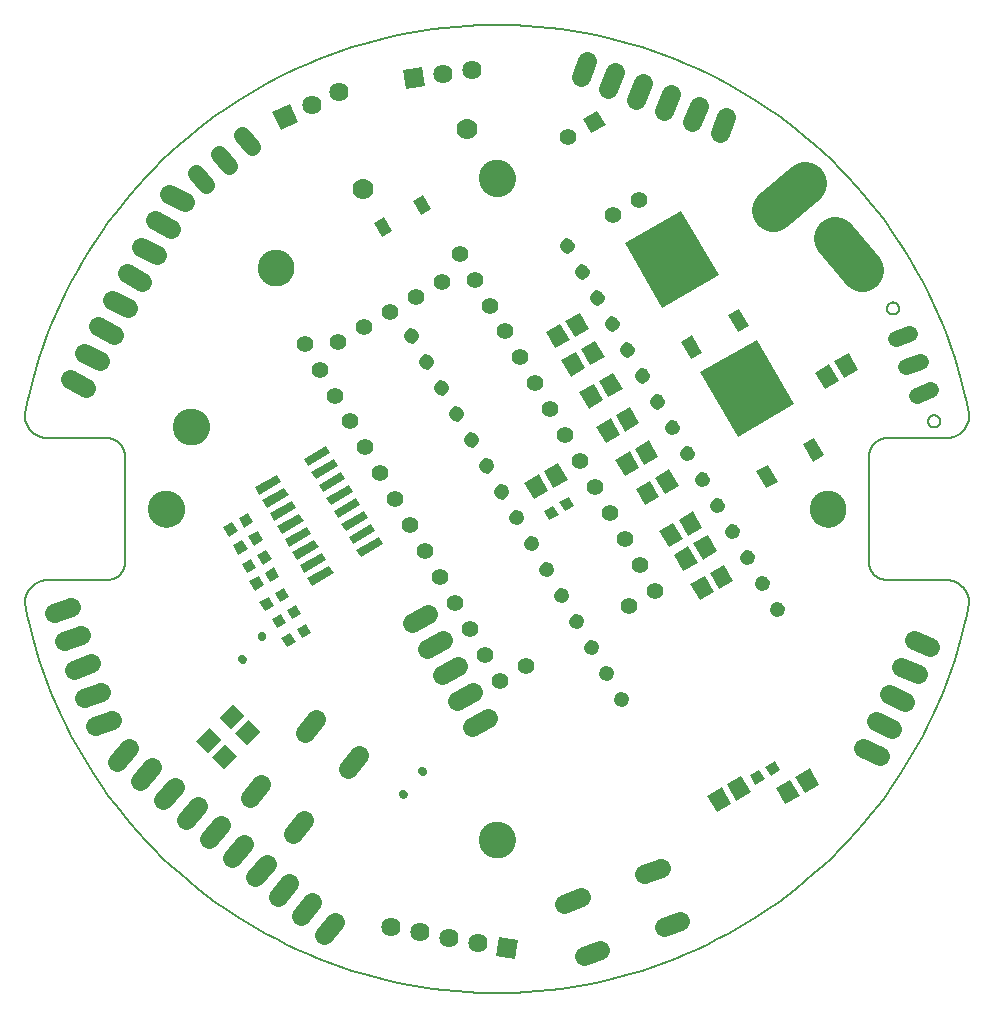
<source format=gts>
G75*
%MOIN*%
%OFA0B0*%
%FSLAX25Y25*%
%IPPOS*%
%LPD*%
%AMOC8*
5,1,8,0,0,1.08239X$1,22.5*
%
%ADD10C,0.00600*%
%ADD11C,0.00000*%
%ADD12C,0.12211*%
%ADD13R,0.06400X0.06400*%
%ADD14C,0.06400*%
%ADD15C,0.07000*%
%ADD16C,0.14400*%
%ADD17C,0.06400*%
%ADD18R,0.05518X0.03943*%
%ADD19R,0.03943X0.05518*%
%ADD20R,0.03550X0.03550*%
%ADD21R,0.05518X0.06306*%
%ADD22R,0.21660X0.24809*%
%ADD23R,0.04337X0.06699*%
%ADD24C,0.00952*%
%ADD25C,0.06337*%
%ADD26C,0.05550*%
%ADD27R,0.05550X0.05550*%
%ADD28C,0.05550*%
%ADD29R,0.08500X0.02800*%
%ADD30C,0.05400*%
%ADD31C,0.00500*%
%ADD32C,0.02762*%
D10*
X0005820Y0134404D02*
X0005822Y0134594D01*
X0005829Y0134784D01*
X0005841Y0134974D01*
X0005857Y0135164D01*
X0005877Y0135353D01*
X0005903Y0135542D01*
X0005932Y0135730D01*
X0005967Y0135917D01*
X0006006Y0136103D01*
X0006049Y0136288D01*
X0006097Y0136473D01*
X0006149Y0136656D01*
X0006205Y0136837D01*
X0006266Y0137017D01*
X0006332Y0137196D01*
X0006401Y0137373D01*
X0006475Y0137549D01*
X0006553Y0137722D01*
X0006636Y0137894D01*
X0006722Y0138063D01*
X0006812Y0138231D01*
X0006907Y0138396D01*
X0007005Y0138559D01*
X0007108Y0138719D01*
X0007214Y0138877D01*
X0007324Y0139032D01*
X0007437Y0139185D01*
X0007555Y0139335D01*
X0007676Y0139481D01*
X0007800Y0139625D01*
X0007928Y0139766D01*
X0008059Y0139904D01*
X0008194Y0140039D01*
X0008332Y0140170D01*
X0008473Y0140298D01*
X0008617Y0140422D01*
X0008763Y0140543D01*
X0008913Y0140661D01*
X0009066Y0140774D01*
X0009221Y0140884D01*
X0009379Y0140990D01*
X0009539Y0141093D01*
X0009702Y0141191D01*
X0009867Y0141286D01*
X0010035Y0141376D01*
X0010204Y0141462D01*
X0010376Y0141545D01*
X0010549Y0141623D01*
X0010725Y0141697D01*
X0010902Y0141766D01*
X0011081Y0141832D01*
X0011261Y0141893D01*
X0011442Y0141949D01*
X0011625Y0142001D01*
X0011810Y0142049D01*
X0011995Y0142092D01*
X0012181Y0142131D01*
X0012368Y0142166D01*
X0012556Y0142195D01*
X0012745Y0142221D01*
X0012934Y0142241D01*
X0013124Y0142257D01*
X0013314Y0142269D01*
X0013504Y0142276D01*
X0013694Y0142278D01*
X0033379Y0142278D01*
X0033379Y0142277D02*
X0033531Y0142279D01*
X0033683Y0142285D01*
X0033835Y0142295D01*
X0033986Y0142308D01*
X0034137Y0142326D01*
X0034288Y0142347D01*
X0034438Y0142373D01*
X0034587Y0142402D01*
X0034736Y0142435D01*
X0034883Y0142472D01*
X0035030Y0142512D01*
X0035175Y0142557D01*
X0035319Y0142605D01*
X0035462Y0142657D01*
X0035604Y0142712D01*
X0035744Y0142771D01*
X0035883Y0142834D01*
X0036020Y0142900D01*
X0036155Y0142970D01*
X0036288Y0143043D01*
X0036419Y0143120D01*
X0036549Y0143200D01*
X0036676Y0143283D01*
X0036801Y0143369D01*
X0036924Y0143459D01*
X0037044Y0143552D01*
X0037162Y0143648D01*
X0037278Y0143747D01*
X0037391Y0143849D01*
X0037501Y0143953D01*
X0037609Y0144061D01*
X0037713Y0144171D01*
X0037815Y0144284D01*
X0037914Y0144400D01*
X0038010Y0144518D01*
X0038103Y0144638D01*
X0038193Y0144761D01*
X0038279Y0144886D01*
X0038362Y0145013D01*
X0038442Y0145143D01*
X0038519Y0145274D01*
X0038592Y0145407D01*
X0038662Y0145542D01*
X0038728Y0145679D01*
X0038791Y0145818D01*
X0038850Y0145958D01*
X0038905Y0146100D01*
X0038957Y0146243D01*
X0039005Y0146387D01*
X0039050Y0146532D01*
X0039090Y0146679D01*
X0039127Y0146826D01*
X0039160Y0146975D01*
X0039189Y0147124D01*
X0039215Y0147274D01*
X0039236Y0147425D01*
X0039254Y0147576D01*
X0039267Y0147727D01*
X0039277Y0147879D01*
X0039283Y0148031D01*
X0039285Y0148183D01*
X0039284Y0148183D02*
X0039284Y0183617D01*
X0039285Y0183617D02*
X0039283Y0183769D01*
X0039277Y0183921D01*
X0039267Y0184073D01*
X0039254Y0184224D01*
X0039236Y0184375D01*
X0039215Y0184526D01*
X0039189Y0184676D01*
X0039160Y0184825D01*
X0039127Y0184974D01*
X0039090Y0185121D01*
X0039050Y0185268D01*
X0039005Y0185413D01*
X0038957Y0185557D01*
X0038905Y0185700D01*
X0038850Y0185842D01*
X0038791Y0185982D01*
X0038728Y0186121D01*
X0038662Y0186258D01*
X0038592Y0186393D01*
X0038519Y0186526D01*
X0038442Y0186657D01*
X0038362Y0186787D01*
X0038279Y0186914D01*
X0038193Y0187039D01*
X0038103Y0187162D01*
X0038010Y0187282D01*
X0037914Y0187400D01*
X0037815Y0187516D01*
X0037713Y0187629D01*
X0037609Y0187739D01*
X0037501Y0187847D01*
X0037391Y0187951D01*
X0037278Y0188053D01*
X0037162Y0188152D01*
X0037044Y0188248D01*
X0036924Y0188341D01*
X0036801Y0188431D01*
X0036676Y0188517D01*
X0036549Y0188600D01*
X0036419Y0188680D01*
X0036288Y0188757D01*
X0036155Y0188830D01*
X0036020Y0188900D01*
X0035883Y0188966D01*
X0035744Y0189029D01*
X0035604Y0189088D01*
X0035462Y0189143D01*
X0035319Y0189195D01*
X0035175Y0189243D01*
X0035030Y0189288D01*
X0034883Y0189328D01*
X0034736Y0189365D01*
X0034587Y0189398D01*
X0034438Y0189427D01*
X0034288Y0189453D01*
X0034137Y0189474D01*
X0033986Y0189492D01*
X0033835Y0189505D01*
X0033683Y0189515D01*
X0033531Y0189521D01*
X0033379Y0189523D01*
X0033379Y0189522D02*
X0013694Y0189522D01*
X0013504Y0189524D01*
X0013314Y0189531D01*
X0013124Y0189543D01*
X0012934Y0189559D01*
X0012745Y0189579D01*
X0012556Y0189605D01*
X0012368Y0189634D01*
X0012181Y0189669D01*
X0011995Y0189708D01*
X0011810Y0189751D01*
X0011625Y0189799D01*
X0011442Y0189851D01*
X0011261Y0189907D01*
X0011081Y0189968D01*
X0010902Y0190034D01*
X0010725Y0190103D01*
X0010549Y0190177D01*
X0010376Y0190255D01*
X0010204Y0190338D01*
X0010035Y0190424D01*
X0009867Y0190514D01*
X0009702Y0190609D01*
X0009539Y0190707D01*
X0009379Y0190810D01*
X0009221Y0190916D01*
X0009066Y0191026D01*
X0008913Y0191139D01*
X0008763Y0191257D01*
X0008617Y0191378D01*
X0008473Y0191502D01*
X0008332Y0191630D01*
X0008194Y0191761D01*
X0008059Y0191896D01*
X0007928Y0192034D01*
X0007800Y0192175D01*
X0007676Y0192319D01*
X0007555Y0192465D01*
X0007437Y0192615D01*
X0007324Y0192768D01*
X0007214Y0192923D01*
X0007108Y0193081D01*
X0007005Y0193241D01*
X0006907Y0193404D01*
X0006812Y0193569D01*
X0006722Y0193737D01*
X0006636Y0193906D01*
X0006553Y0194078D01*
X0006475Y0194251D01*
X0006401Y0194427D01*
X0006332Y0194604D01*
X0006266Y0194783D01*
X0006205Y0194963D01*
X0006149Y0195144D01*
X0006097Y0195327D01*
X0006049Y0195512D01*
X0006006Y0195697D01*
X0005967Y0195883D01*
X0005932Y0196070D01*
X0005903Y0196258D01*
X0005877Y0196447D01*
X0005857Y0196636D01*
X0005841Y0196826D01*
X0005829Y0197016D01*
X0005822Y0197206D01*
X0005820Y0197396D01*
X0006613Y0201230D01*
X0007501Y0205043D01*
X0008480Y0208833D01*
X0009553Y0212598D01*
X0010716Y0216336D01*
X0011971Y0220045D01*
X0013315Y0223722D01*
X0014749Y0227365D01*
X0016272Y0230971D01*
X0017882Y0234540D01*
X0019579Y0238068D01*
X0021361Y0241554D01*
X0023227Y0244995D01*
X0025178Y0248390D01*
X0027210Y0251736D01*
X0029323Y0255031D01*
X0031517Y0258274D01*
X0033788Y0261463D01*
X0036137Y0264595D01*
X0038562Y0267669D01*
X0041061Y0270682D01*
X0043632Y0273634D01*
X0046275Y0276522D01*
X0048988Y0279345D01*
X0051768Y0282101D01*
X0054615Y0284788D01*
X0057527Y0287405D01*
X0060502Y0289950D01*
X0063538Y0292422D01*
X0066633Y0294819D01*
X0069786Y0297140D01*
X0072995Y0299383D01*
X0076257Y0301547D01*
X0079572Y0303631D01*
X0082936Y0305633D01*
X0086348Y0307553D01*
X0089806Y0309388D01*
X0093307Y0311139D01*
X0096851Y0312804D01*
X0100433Y0314382D01*
X0104054Y0315872D01*
X0107709Y0317274D01*
X0111398Y0318585D01*
X0115117Y0319807D01*
X0118866Y0320937D01*
X0122640Y0321975D01*
X0126439Y0322921D01*
X0130260Y0323774D01*
X0134101Y0324533D01*
X0137959Y0325199D01*
X0141832Y0325770D01*
X0145718Y0326247D01*
X0149614Y0326628D01*
X0153518Y0326915D01*
X0157429Y0327106D01*
X0161343Y0327201D01*
X0165257Y0327201D01*
X0169171Y0327106D01*
X0173082Y0326915D01*
X0176986Y0326628D01*
X0180882Y0326247D01*
X0184768Y0325770D01*
X0188641Y0325199D01*
X0192499Y0324533D01*
X0196340Y0323774D01*
X0200161Y0322921D01*
X0203960Y0321975D01*
X0207734Y0320937D01*
X0211483Y0319807D01*
X0215202Y0318585D01*
X0218891Y0317274D01*
X0222546Y0315872D01*
X0226167Y0314382D01*
X0229749Y0312804D01*
X0233293Y0311139D01*
X0236794Y0309388D01*
X0240252Y0307553D01*
X0243664Y0305633D01*
X0247028Y0303631D01*
X0250343Y0301547D01*
X0253605Y0299383D01*
X0256814Y0297140D01*
X0259967Y0294819D01*
X0263062Y0292422D01*
X0266098Y0289950D01*
X0269073Y0287405D01*
X0271985Y0284788D01*
X0274832Y0282101D01*
X0277612Y0279345D01*
X0280325Y0276522D01*
X0282968Y0273634D01*
X0285539Y0270682D01*
X0288038Y0267669D01*
X0290463Y0264595D01*
X0292812Y0261463D01*
X0295083Y0258274D01*
X0297277Y0255031D01*
X0299390Y0251736D01*
X0301422Y0248390D01*
X0303373Y0244995D01*
X0305239Y0241554D01*
X0307021Y0238068D01*
X0308718Y0234540D01*
X0310328Y0230971D01*
X0311851Y0227365D01*
X0313285Y0223722D01*
X0314629Y0220045D01*
X0315884Y0216336D01*
X0317047Y0212598D01*
X0318120Y0208833D01*
X0319099Y0205043D01*
X0319987Y0201230D01*
X0320780Y0197396D01*
X0320778Y0197206D01*
X0320771Y0197016D01*
X0320759Y0196826D01*
X0320743Y0196636D01*
X0320723Y0196447D01*
X0320697Y0196258D01*
X0320668Y0196070D01*
X0320633Y0195883D01*
X0320594Y0195697D01*
X0320551Y0195512D01*
X0320503Y0195327D01*
X0320451Y0195144D01*
X0320395Y0194963D01*
X0320334Y0194783D01*
X0320268Y0194604D01*
X0320199Y0194427D01*
X0320125Y0194251D01*
X0320047Y0194078D01*
X0319964Y0193906D01*
X0319878Y0193737D01*
X0319788Y0193569D01*
X0319693Y0193404D01*
X0319595Y0193241D01*
X0319492Y0193081D01*
X0319386Y0192923D01*
X0319276Y0192768D01*
X0319163Y0192615D01*
X0319045Y0192465D01*
X0318924Y0192319D01*
X0318800Y0192175D01*
X0318672Y0192034D01*
X0318541Y0191896D01*
X0318406Y0191761D01*
X0318268Y0191630D01*
X0318127Y0191502D01*
X0317983Y0191378D01*
X0317837Y0191257D01*
X0317687Y0191139D01*
X0317534Y0191026D01*
X0317379Y0190916D01*
X0317221Y0190810D01*
X0317061Y0190707D01*
X0316898Y0190609D01*
X0316733Y0190514D01*
X0316565Y0190424D01*
X0316396Y0190338D01*
X0316224Y0190255D01*
X0316051Y0190177D01*
X0315875Y0190103D01*
X0315698Y0190034D01*
X0315519Y0189968D01*
X0315339Y0189907D01*
X0315158Y0189851D01*
X0314975Y0189799D01*
X0314790Y0189751D01*
X0314605Y0189708D01*
X0314419Y0189669D01*
X0314232Y0189634D01*
X0314044Y0189605D01*
X0313855Y0189579D01*
X0313666Y0189559D01*
X0313476Y0189543D01*
X0313286Y0189531D01*
X0313096Y0189524D01*
X0312906Y0189522D01*
X0293221Y0189522D01*
X0293221Y0189523D02*
X0293069Y0189521D01*
X0292917Y0189515D01*
X0292765Y0189505D01*
X0292614Y0189492D01*
X0292463Y0189474D01*
X0292312Y0189453D01*
X0292162Y0189427D01*
X0292013Y0189398D01*
X0291864Y0189365D01*
X0291717Y0189328D01*
X0291570Y0189288D01*
X0291425Y0189243D01*
X0291281Y0189195D01*
X0291138Y0189143D01*
X0290996Y0189088D01*
X0290856Y0189029D01*
X0290717Y0188966D01*
X0290580Y0188900D01*
X0290445Y0188830D01*
X0290312Y0188757D01*
X0290181Y0188680D01*
X0290051Y0188600D01*
X0289924Y0188517D01*
X0289799Y0188431D01*
X0289676Y0188341D01*
X0289556Y0188248D01*
X0289438Y0188152D01*
X0289322Y0188053D01*
X0289209Y0187951D01*
X0289099Y0187847D01*
X0288991Y0187739D01*
X0288887Y0187629D01*
X0288785Y0187516D01*
X0288686Y0187400D01*
X0288590Y0187282D01*
X0288497Y0187162D01*
X0288407Y0187039D01*
X0288321Y0186914D01*
X0288238Y0186787D01*
X0288158Y0186657D01*
X0288081Y0186526D01*
X0288008Y0186393D01*
X0287938Y0186258D01*
X0287872Y0186121D01*
X0287809Y0185982D01*
X0287750Y0185842D01*
X0287695Y0185700D01*
X0287643Y0185557D01*
X0287595Y0185413D01*
X0287550Y0185268D01*
X0287510Y0185121D01*
X0287473Y0184974D01*
X0287440Y0184825D01*
X0287411Y0184676D01*
X0287385Y0184526D01*
X0287364Y0184375D01*
X0287346Y0184224D01*
X0287333Y0184073D01*
X0287323Y0183921D01*
X0287317Y0183769D01*
X0287315Y0183617D01*
X0287316Y0183617D02*
X0287316Y0148183D01*
X0287315Y0148183D02*
X0287317Y0148031D01*
X0287323Y0147879D01*
X0287333Y0147727D01*
X0287346Y0147576D01*
X0287364Y0147425D01*
X0287385Y0147274D01*
X0287411Y0147124D01*
X0287440Y0146975D01*
X0287473Y0146826D01*
X0287510Y0146679D01*
X0287550Y0146532D01*
X0287595Y0146387D01*
X0287643Y0146243D01*
X0287695Y0146100D01*
X0287750Y0145958D01*
X0287809Y0145818D01*
X0287872Y0145679D01*
X0287938Y0145542D01*
X0288008Y0145407D01*
X0288081Y0145274D01*
X0288158Y0145143D01*
X0288238Y0145013D01*
X0288321Y0144886D01*
X0288407Y0144761D01*
X0288497Y0144638D01*
X0288590Y0144518D01*
X0288686Y0144400D01*
X0288785Y0144284D01*
X0288887Y0144171D01*
X0288991Y0144061D01*
X0289099Y0143953D01*
X0289209Y0143849D01*
X0289322Y0143747D01*
X0289438Y0143648D01*
X0289556Y0143552D01*
X0289676Y0143459D01*
X0289799Y0143369D01*
X0289924Y0143283D01*
X0290051Y0143200D01*
X0290181Y0143120D01*
X0290312Y0143043D01*
X0290445Y0142970D01*
X0290580Y0142900D01*
X0290717Y0142834D01*
X0290856Y0142771D01*
X0290996Y0142712D01*
X0291138Y0142657D01*
X0291281Y0142605D01*
X0291425Y0142557D01*
X0291570Y0142512D01*
X0291717Y0142472D01*
X0291864Y0142435D01*
X0292013Y0142402D01*
X0292162Y0142373D01*
X0292312Y0142347D01*
X0292463Y0142326D01*
X0292614Y0142308D01*
X0292765Y0142295D01*
X0292917Y0142285D01*
X0293069Y0142279D01*
X0293221Y0142277D01*
X0293221Y0142278D02*
X0312906Y0142278D01*
X0313096Y0142276D01*
X0313286Y0142269D01*
X0313476Y0142257D01*
X0313666Y0142241D01*
X0313855Y0142221D01*
X0314044Y0142195D01*
X0314232Y0142166D01*
X0314419Y0142131D01*
X0314605Y0142092D01*
X0314790Y0142049D01*
X0314975Y0142001D01*
X0315158Y0141949D01*
X0315339Y0141893D01*
X0315519Y0141832D01*
X0315698Y0141766D01*
X0315875Y0141697D01*
X0316051Y0141623D01*
X0316224Y0141545D01*
X0316396Y0141462D01*
X0316565Y0141376D01*
X0316733Y0141286D01*
X0316898Y0141191D01*
X0317061Y0141093D01*
X0317221Y0140990D01*
X0317379Y0140884D01*
X0317534Y0140774D01*
X0317687Y0140661D01*
X0317837Y0140543D01*
X0317983Y0140422D01*
X0318127Y0140298D01*
X0318268Y0140170D01*
X0318406Y0140039D01*
X0318541Y0139904D01*
X0318672Y0139766D01*
X0318800Y0139625D01*
X0318924Y0139481D01*
X0319045Y0139335D01*
X0319163Y0139185D01*
X0319276Y0139032D01*
X0319386Y0138877D01*
X0319492Y0138719D01*
X0319595Y0138559D01*
X0319693Y0138396D01*
X0319788Y0138231D01*
X0319878Y0138063D01*
X0319964Y0137894D01*
X0320047Y0137722D01*
X0320125Y0137549D01*
X0320199Y0137373D01*
X0320268Y0137196D01*
X0320334Y0137017D01*
X0320395Y0136837D01*
X0320451Y0136656D01*
X0320503Y0136473D01*
X0320551Y0136288D01*
X0320594Y0136103D01*
X0320633Y0135917D01*
X0320668Y0135730D01*
X0320697Y0135542D01*
X0320723Y0135353D01*
X0320743Y0135164D01*
X0320759Y0134974D01*
X0320771Y0134784D01*
X0320778Y0134594D01*
X0320780Y0134404D01*
X0319987Y0130570D01*
X0319099Y0126757D01*
X0318120Y0122967D01*
X0317047Y0119202D01*
X0315884Y0115464D01*
X0314629Y0111755D01*
X0313285Y0108078D01*
X0311851Y0104435D01*
X0310328Y0100829D01*
X0308718Y0097260D01*
X0307021Y0093732D01*
X0305239Y0090246D01*
X0303373Y0086805D01*
X0301422Y0083410D01*
X0299390Y0080064D01*
X0297277Y0076769D01*
X0295083Y0073526D01*
X0292812Y0070337D01*
X0290463Y0067205D01*
X0288038Y0064131D01*
X0285539Y0061118D01*
X0282968Y0058166D01*
X0280325Y0055278D01*
X0277612Y0052455D01*
X0274832Y0049699D01*
X0271985Y0047012D01*
X0269073Y0044395D01*
X0266098Y0041850D01*
X0263062Y0039378D01*
X0259967Y0036981D01*
X0256814Y0034660D01*
X0253605Y0032417D01*
X0250343Y0030253D01*
X0247028Y0028169D01*
X0243664Y0026167D01*
X0240252Y0024247D01*
X0236794Y0022412D01*
X0233293Y0020661D01*
X0229749Y0018996D01*
X0226167Y0017418D01*
X0222546Y0015928D01*
X0218891Y0014526D01*
X0215202Y0013215D01*
X0211483Y0011993D01*
X0207734Y0010863D01*
X0203960Y0009825D01*
X0200161Y0008879D01*
X0196340Y0008026D01*
X0192499Y0007267D01*
X0188641Y0006601D01*
X0184768Y0006030D01*
X0180882Y0005553D01*
X0176986Y0005172D01*
X0173082Y0004885D01*
X0169171Y0004694D01*
X0165257Y0004599D01*
X0161343Y0004599D01*
X0157429Y0004694D01*
X0153518Y0004885D01*
X0149614Y0005172D01*
X0145718Y0005553D01*
X0141832Y0006030D01*
X0137959Y0006601D01*
X0134101Y0007267D01*
X0130260Y0008026D01*
X0126439Y0008879D01*
X0122640Y0009825D01*
X0118866Y0010863D01*
X0115117Y0011993D01*
X0111398Y0013215D01*
X0107709Y0014526D01*
X0104054Y0015928D01*
X0100433Y0017418D01*
X0096851Y0018996D01*
X0093307Y0020661D01*
X0089806Y0022412D01*
X0086348Y0024247D01*
X0082936Y0026167D01*
X0079572Y0028169D01*
X0076257Y0030253D01*
X0072995Y0032417D01*
X0069786Y0034660D01*
X0066633Y0036981D01*
X0063538Y0039378D01*
X0060502Y0041850D01*
X0057527Y0044395D01*
X0054615Y0047012D01*
X0051768Y0049699D01*
X0048988Y0052455D01*
X0046275Y0055278D01*
X0043632Y0058166D01*
X0041061Y0061118D01*
X0038562Y0064131D01*
X0036137Y0067205D01*
X0033788Y0070337D01*
X0031517Y0073526D01*
X0029323Y0076769D01*
X0027210Y0080064D01*
X0025178Y0083410D01*
X0023227Y0086805D01*
X0021361Y0090246D01*
X0019579Y0093732D01*
X0017882Y0097260D01*
X0016272Y0100829D01*
X0014749Y0104435D01*
X0013315Y0108078D01*
X0011971Y0111755D01*
X0010716Y0115464D01*
X0009553Y0119202D01*
X0008480Y0122967D01*
X0007501Y0126757D01*
X0006613Y0130570D01*
X0005820Y0134404D01*
D11*
X0047158Y0165900D02*
X0047160Y0166053D01*
X0047166Y0166207D01*
X0047176Y0166360D01*
X0047190Y0166512D01*
X0047208Y0166665D01*
X0047230Y0166816D01*
X0047255Y0166967D01*
X0047285Y0167118D01*
X0047319Y0167268D01*
X0047356Y0167416D01*
X0047397Y0167564D01*
X0047442Y0167710D01*
X0047491Y0167856D01*
X0047544Y0168000D01*
X0047600Y0168142D01*
X0047660Y0168283D01*
X0047724Y0168423D01*
X0047791Y0168561D01*
X0047862Y0168697D01*
X0047937Y0168831D01*
X0048014Y0168963D01*
X0048096Y0169093D01*
X0048180Y0169221D01*
X0048268Y0169347D01*
X0048359Y0169470D01*
X0048453Y0169591D01*
X0048551Y0169709D01*
X0048651Y0169825D01*
X0048755Y0169938D01*
X0048861Y0170049D01*
X0048970Y0170157D01*
X0049082Y0170262D01*
X0049196Y0170363D01*
X0049314Y0170462D01*
X0049433Y0170558D01*
X0049555Y0170651D01*
X0049680Y0170740D01*
X0049807Y0170827D01*
X0049936Y0170909D01*
X0050067Y0170989D01*
X0050200Y0171065D01*
X0050335Y0171138D01*
X0050472Y0171207D01*
X0050611Y0171272D01*
X0050751Y0171334D01*
X0050893Y0171392D01*
X0051036Y0171447D01*
X0051181Y0171498D01*
X0051327Y0171545D01*
X0051474Y0171588D01*
X0051622Y0171627D01*
X0051771Y0171663D01*
X0051921Y0171694D01*
X0052072Y0171722D01*
X0052223Y0171746D01*
X0052376Y0171766D01*
X0052528Y0171782D01*
X0052681Y0171794D01*
X0052834Y0171802D01*
X0052987Y0171806D01*
X0053141Y0171806D01*
X0053294Y0171802D01*
X0053447Y0171794D01*
X0053600Y0171782D01*
X0053752Y0171766D01*
X0053905Y0171746D01*
X0054056Y0171722D01*
X0054207Y0171694D01*
X0054357Y0171663D01*
X0054506Y0171627D01*
X0054654Y0171588D01*
X0054801Y0171545D01*
X0054947Y0171498D01*
X0055092Y0171447D01*
X0055235Y0171392D01*
X0055377Y0171334D01*
X0055517Y0171272D01*
X0055656Y0171207D01*
X0055793Y0171138D01*
X0055928Y0171065D01*
X0056061Y0170989D01*
X0056192Y0170909D01*
X0056321Y0170827D01*
X0056448Y0170740D01*
X0056573Y0170651D01*
X0056695Y0170558D01*
X0056814Y0170462D01*
X0056932Y0170363D01*
X0057046Y0170262D01*
X0057158Y0170157D01*
X0057267Y0170049D01*
X0057373Y0169938D01*
X0057477Y0169825D01*
X0057577Y0169709D01*
X0057675Y0169591D01*
X0057769Y0169470D01*
X0057860Y0169347D01*
X0057948Y0169221D01*
X0058032Y0169093D01*
X0058114Y0168963D01*
X0058191Y0168831D01*
X0058266Y0168697D01*
X0058337Y0168561D01*
X0058404Y0168423D01*
X0058468Y0168283D01*
X0058528Y0168142D01*
X0058584Y0168000D01*
X0058637Y0167856D01*
X0058686Y0167710D01*
X0058731Y0167564D01*
X0058772Y0167416D01*
X0058809Y0167268D01*
X0058843Y0167118D01*
X0058873Y0166967D01*
X0058898Y0166816D01*
X0058920Y0166665D01*
X0058938Y0166512D01*
X0058952Y0166360D01*
X0058962Y0166207D01*
X0058968Y0166053D01*
X0058970Y0165900D01*
X0058968Y0165747D01*
X0058962Y0165593D01*
X0058952Y0165440D01*
X0058938Y0165288D01*
X0058920Y0165135D01*
X0058898Y0164984D01*
X0058873Y0164833D01*
X0058843Y0164682D01*
X0058809Y0164532D01*
X0058772Y0164384D01*
X0058731Y0164236D01*
X0058686Y0164090D01*
X0058637Y0163944D01*
X0058584Y0163800D01*
X0058528Y0163658D01*
X0058468Y0163517D01*
X0058404Y0163377D01*
X0058337Y0163239D01*
X0058266Y0163103D01*
X0058191Y0162969D01*
X0058114Y0162837D01*
X0058032Y0162707D01*
X0057948Y0162579D01*
X0057860Y0162453D01*
X0057769Y0162330D01*
X0057675Y0162209D01*
X0057577Y0162091D01*
X0057477Y0161975D01*
X0057373Y0161862D01*
X0057267Y0161751D01*
X0057158Y0161643D01*
X0057046Y0161538D01*
X0056932Y0161437D01*
X0056814Y0161338D01*
X0056695Y0161242D01*
X0056573Y0161149D01*
X0056448Y0161060D01*
X0056321Y0160973D01*
X0056192Y0160891D01*
X0056061Y0160811D01*
X0055928Y0160735D01*
X0055793Y0160662D01*
X0055656Y0160593D01*
X0055517Y0160528D01*
X0055377Y0160466D01*
X0055235Y0160408D01*
X0055092Y0160353D01*
X0054947Y0160302D01*
X0054801Y0160255D01*
X0054654Y0160212D01*
X0054506Y0160173D01*
X0054357Y0160137D01*
X0054207Y0160106D01*
X0054056Y0160078D01*
X0053905Y0160054D01*
X0053752Y0160034D01*
X0053600Y0160018D01*
X0053447Y0160006D01*
X0053294Y0159998D01*
X0053141Y0159994D01*
X0052987Y0159994D01*
X0052834Y0159998D01*
X0052681Y0160006D01*
X0052528Y0160018D01*
X0052376Y0160034D01*
X0052223Y0160054D01*
X0052072Y0160078D01*
X0051921Y0160106D01*
X0051771Y0160137D01*
X0051622Y0160173D01*
X0051474Y0160212D01*
X0051327Y0160255D01*
X0051181Y0160302D01*
X0051036Y0160353D01*
X0050893Y0160408D01*
X0050751Y0160466D01*
X0050611Y0160528D01*
X0050472Y0160593D01*
X0050335Y0160662D01*
X0050200Y0160735D01*
X0050067Y0160811D01*
X0049936Y0160891D01*
X0049807Y0160973D01*
X0049680Y0161060D01*
X0049555Y0161149D01*
X0049433Y0161242D01*
X0049314Y0161338D01*
X0049196Y0161437D01*
X0049082Y0161538D01*
X0048970Y0161643D01*
X0048861Y0161751D01*
X0048755Y0161862D01*
X0048651Y0161975D01*
X0048551Y0162091D01*
X0048453Y0162209D01*
X0048359Y0162330D01*
X0048268Y0162453D01*
X0048180Y0162579D01*
X0048096Y0162707D01*
X0048014Y0162837D01*
X0047937Y0162969D01*
X0047862Y0163103D01*
X0047791Y0163239D01*
X0047724Y0163377D01*
X0047660Y0163517D01*
X0047600Y0163658D01*
X0047544Y0163800D01*
X0047491Y0163944D01*
X0047442Y0164090D01*
X0047397Y0164236D01*
X0047356Y0164384D01*
X0047319Y0164532D01*
X0047285Y0164682D01*
X0047255Y0164833D01*
X0047230Y0164984D01*
X0047208Y0165135D01*
X0047190Y0165288D01*
X0047176Y0165440D01*
X0047166Y0165593D01*
X0047160Y0165747D01*
X0047158Y0165900D01*
X0055434Y0193355D02*
X0055436Y0193508D01*
X0055442Y0193662D01*
X0055452Y0193815D01*
X0055466Y0193967D01*
X0055484Y0194120D01*
X0055506Y0194271D01*
X0055531Y0194422D01*
X0055561Y0194573D01*
X0055595Y0194723D01*
X0055632Y0194871D01*
X0055673Y0195019D01*
X0055718Y0195165D01*
X0055767Y0195311D01*
X0055820Y0195455D01*
X0055876Y0195597D01*
X0055936Y0195738D01*
X0056000Y0195878D01*
X0056067Y0196016D01*
X0056138Y0196152D01*
X0056213Y0196286D01*
X0056290Y0196418D01*
X0056372Y0196548D01*
X0056456Y0196676D01*
X0056544Y0196802D01*
X0056635Y0196925D01*
X0056729Y0197046D01*
X0056827Y0197164D01*
X0056927Y0197280D01*
X0057031Y0197393D01*
X0057137Y0197504D01*
X0057246Y0197612D01*
X0057358Y0197717D01*
X0057472Y0197818D01*
X0057590Y0197917D01*
X0057709Y0198013D01*
X0057831Y0198106D01*
X0057956Y0198195D01*
X0058083Y0198282D01*
X0058212Y0198364D01*
X0058343Y0198444D01*
X0058476Y0198520D01*
X0058611Y0198593D01*
X0058748Y0198662D01*
X0058887Y0198727D01*
X0059027Y0198789D01*
X0059169Y0198847D01*
X0059312Y0198902D01*
X0059457Y0198953D01*
X0059603Y0199000D01*
X0059750Y0199043D01*
X0059898Y0199082D01*
X0060047Y0199118D01*
X0060197Y0199149D01*
X0060348Y0199177D01*
X0060499Y0199201D01*
X0060652Y0199221D01*
X0060804Y0199237D01*
X0060957Y0199249D01*
X0061110Y0199257D01*
X0061263Y0199261D01*
X0061417Y0199261D01*
X0061570Y0199257D01*
X0061723Y0199249D01*
X0061876Y0199237D01*
X0062028Y0199221D01*
X0062181Y0199201D01*
X0062332Y0199177D01*
X0062483Y0199149D01*
X0062633Y0199118D01*
X0062782Y0199082D01*
X0062930Y0199043D01*
X0063077Y0199000D01*
X0063223Y0198953D01*
X0063368Y0198902D01*
X0063511Y0198847D01*
X0063653Y0198789D01*
X0063793Y0198727D01*
X0063932Y0198662D01*
X0064069Y0198593D01*
X0064204Y0198520D01*
X0064337Y0198444D01*
X0064468Y0198364D01*
X0064597Y0198282D01*
X0064724Y0198195D01*
X0064849Y0198106D01*
X0064971Y0198013D01*
X0065090Y0197917D01*
X0065208Y0197818D01*
X0065322Y0197717D01*
X0065434Y0197612D01*
X0065543Y0197504D01*
X0065649Y0197393D01*
X0065753Y0197280D01*
X0065853Y0197164D01*
X0065951Y0197046D01*
X0066045Y0196925D01*
X0066136Y0196802D01*
X0066224Y0196676D01*
X0066308Y0196548D01*
X0066390Y0196418D01*
X0066467Y0196286D01*
X0066542Y0196152D01*
X0066613Y0196016D01*
X0066680Y0195878D01*
X0066744Y0195738D01*
X0066804Y0195597D01*
X0066860Y0195455D01*
X0066913Y0195311D01*
X0066962Y0195165D01*
X0067007Y0195019D01*
X0067048Y0194871D01*
X0067085Y0194723D01*
X0067119Y0194573D01*
X0067149Y0194422D01*
X0067174Y0194271D01*
X0067196Y0194120D01*
X0067214Y0193967D01*
X0067228Y0193815D01*
X0067238Y0193662D01*
X0067244Y0193508D01*
X0067246Y0193355D01*
X0067244Y0193202D01*
X0067238Y0193048D01*
X0067228Y0192895D01*
X0067214Y0192743D01*
X0067196Y0192590D01*
X0067174Y0192439D01*
X0067149Y0192288D01*
X0067119Y0192137D01*
X0067085Y0191987D01*
X0067048Y0191839D01*
X0067007Y0191691D01*
X0066962Y0191545D01*
X0066913Y0191399D01*
X0066860Y0191255D01*
X0066804Y0191113D01*
X0066744Y0190972D01*
X0066680Y0190832D01*
X0066613Y0190694D01*
X0066542Y0190558D01*
X0066467Y0190424D01*
X0066390Y0190292D01*
X0066308Y0190162D01*
X0066224Y0190034D01*
X0066136Y0189908D01*
X0066045Y0189785D01*
X0065951Y0189664D01*
X0065853Y0189546D01*
X0065753Y0189430D01*
X0065649Y0189317D01*
X0065543Y0189206D01*
X0065434Y0189098D01*
X0065322Y0188993D01*
X0065208Y0188892D01*
X0065090Y0188793D01*
X0064971Y0188697D01*
X0064849Y0188604D01*
X0064724Y0188515D01*
X0064597Y0188428D01*
X0064468Y0188346D01*
X0064337Y0188266D01*
X0064204Y0188190D01*
X0064069Y0188117D01*
X0063932Y0188048D01*
X0063793Y0187983D01*
X0063653Y0187921D01*
X0063511Y0187863D01*
X0063368Y0187808D01*
X0063223Y0187757D01*
X0063077Y0187710D01*
X0062930Y0187667D01*
X0062782Y0187628D01*
X0062633Y0187592D01*
X0062483Y0187561D01*
X0062332Y0187533D01*
X0062181Y0187509D01*
X0062028Y0187489D01*
X0061876Y0187473D01*
X0061723Y0187461D01*
X0061570Y0187453D01*
X0061417Y0187449D01*
X0061263Y0187449D01*
X0061110Y0187453D01*
X0060957Y0187461D01*
X0060804Y0187473D01*
X0060652Y0187489D01*
X0060499Y0187509D01*
X0060348Y0187533D01*
X0060197Y0187561D01*
X0060047Y0187592D01*
X0059898Y0187628D01*
X0059750Y0187667D01*
X0059603Y0187710D01*
X0059457Y0187757D01*
X0059312Y0187808D01*
X0059169Y0187863D01*
X0059027Y0187921D01*
X0058887Y0187983D01*
X0058748Y0188048D01*
X0058611Y0188117D01*
X0058476Y0188190D01*
X0058343Y0188266D01*
X0058212Y0188346D01*
X0058083Y0188428D01*
X0057956Y0188515D01*
X0057831Y0188604D01*
X0057709Y0188697D01*
X0057590Y0188793D01*
X0057472Y0188892D01*
X0057358Y0188993D01*
X0057246Y0189098D01*
X0057137Y0189206D01*
X0057031Y0189317D01*
X0056927Y0189430D01*
X0056827Y0189546D01*
X0056729Y0189664D01*
X0056635Y0189785D01*
X0056544Y0189908D01*
X0056456Y0190034D01*
X0056372Y0190162D01*
X0056290Y0190292D01*
X0056213Y0190424D01*
X0056138Y0190558D01*
X0056067Y0190694D01*
X0056000Y0190832D01*
X0055936Y0190972D01*
X0055876Y0191113D01*
X0055820Y0191255D01*
X0055767Y0191399D01*
X0055718Y0191545D01*
X0055673Y0191691D01*
X0055632Y0191839D01*
X0055595Y0191987D01*
X0055561Y0192137D01*
X0055531Y0192288D01*
X0055506Y0192439D01*
X0055484Y0192590D01*
X0055466Y0192743D01*
X0055452Y0192895D01*
X0055442Y0193048D01*
X0055436Y0193202D01*
X0055434Y0193355D01*
X0083602Y0246332D02*
X0083604Y0246485D01*
X0083610Y0246639D01*
X0083620Y0246792D01*
X0083634Y0246944D01*
X0083652Y0247097D01*
X0083674Y0247248D01*
X0083699Y0247399D01*
X0083729Y0247550D01*
X0083763Y0247700D01*
X0083800Y0247848D01*
X0083841Y0247996D01*
X0083886Y0248142D01*
X0083935Y0248288D01*
X0083988Y0248432D01*
X0084044Y0248574D01*
X0084104Y0248715D01*
X0084168Y0248855D01*
X0084235Y0248993D01*
X0084306Y0249129D01*
X0084381Y0249263D01*
X0084458Y0249395D01*
X0084540Y0249525D01*
X0084624Y0249653D01*
X0084712Y0249779D01*
X0084803Y0249902D01*
X0084897Y0250023D01*
X0084995Y0250141D01*
X0085095Y0250257D01*
X0085199Y0250370D01*
X0085305Y0250481D01*
X0085414Y0250589D01*
X0085526Y0250694D01*
X0085640Y0250795D01*
X0085758Y0250894D01*
X0085877Y0250990D01*
X0085999Y0251083D01*
X0086124Y0251172D01*
X0086251Y0251259D01*
X0086380Y0251341D01*
X0086511Y0251421D01*
X0086644Y0251497D01*
X0086779Y0251570D01*
X0086916Y0251639D01*
X0087055Y0251704D01*
X0087195Y0251766D01*
X0087337Y0251824D01*
X0087480Y0251879D01*
X0087625Y0251930D01*
X0087771Y0251977D01*
X0087918Y0252020D01*
X0088066Y0252059D01*
X0088215Y0252095D01*
X0088365Y0252126D01*
X0088516Y0252154D01*
X0088667Y0252178D01*
X0088820Y0252198D01*
X0088972Y0252214D01*
X0089125Y0252226D01*
X0089278Y0252234D01*
X0089431Y0252238D01*
X0089585Y0252238D01*
X0089738Y0252234D01*
X0089891Y0252226D01*
X0090044Y0252214D01*
X0090196Y0252198D01*
X0090349Y0252178D01*
X0090500Y0252154D01*
X0090651Y0252126D01*
X0090801Y0252095D01*
X0090950Y0252059D01*
X0091098Y0252020D01*
X0091245Y0251977D01*
X0091391Y0251930D01*
X0091536Y0251879D01*
X0091679Y0251824D01*
X0091821Y0251766D01*
X0091961Y0251704D01*
X0092100Y0251639D01*
X0092237Y0251570D01*
X0092372Y0251497D01*
X0092505Y0251421D01*
X0092636Y0251341D01*
X0092765Y0251259D01*
X0092892Y0251172D01*
X0093017Y0251083D01*
X0093139Y0250990D01*
X0093258Y0250894D01*
X0093376Y0250795D01*
X0093490Y0250694D01*
X0093602Y0250589D01*
X0093711Y0250481D01*
X0093817Y0250370D01*
X0093921Y0250257D01*
X0094021Y0250141D01*
X0094119Y0250023D01*
X0094213Y0249902D01*
X0094304Y0249779D01*
X0094392Y0249653D01*
X0094476Y0249525D01*
X0094558Y0249395D01*
X0094635Y0249263D01*
X0094710Y0249129D01*
X0094781Y0248993D01*
X0094848Y0248855D01*
X0094912Y0248715D01*
X0094972Y0248574D01*
X0095028Y0248432D01*
X0095081Y0248288D01*
X0095130Y0248142D01*
X0095175Y0247996D01*
X0095216Y0247848D01*
X0095253Y0247700D01*
X0095287Y0247550D01*
X0095317Y0247399D01*
X0095342Y0247248D01*
X0095364Y0247097D01*
X0095382Y0246944D01*
X0095396Y0246792D01*
X0095406Y0246639D01*
X0095412Y0246485D01*
X0095414Y0246332D01*
X0095412Y0246179D01*
X0095406Y0246025D01*
X0095396Y0245872D01*
X0095382Y0245720D01*
X0095364Y0245567D01*
X0095342Y0245416D01*
X0095317Y0245265D01*
X0095287Y0245114D01*
X0095253Y0244964D01*
X0095216Y0244816D01*
X0095175Y0244668D01*
X0095130Y0244522D01*
X0095081Y0244376D01*
X0095028Y0244232D01*
X0094972Y0244090D01*
X0094912Y0243949D01*
X0094848Y0243809D01*
X0094781Y0243671D01*
X0094710Y0243535D01*
X0094635Y0243401D01*
X0094558Y0243269D01*
X0094476Y0243139D01*
X0094392Y0243011D01*
X0094304Y0242885D01*
X0094213Y0242762D01*
X0094119Y0242641D01*
X0094021Y0242523D01*
X0093921Y0242407D01*
X0093817Y0242294D01*
X0093711Y0242183D01*
X0093602Y0242075D01*
X0093490Y0241970D01*
X0093376Y0241869D01*
X0093258Y0241770D01*
X0093139Y0241674D01*
X0093017Y0241581D01*
X0092892Y0241492D01*
X0092765Y0241405D01*
X0092636Y0241323D01*
X0092505Y0241243D01*
X0092372Y0241167D01*
X0092237Y0241094D01*
X0092100Y0241025D01*
X0091961Y0240960D01*
X0091821Y0240898D01*
X0091679Y0240840D01*
X0091536Y0240785D01*
X0091391Y0240734D01*
X0091245Y0240687D01*
X0091098Y0240644D01*
X0090950Y0240605D01*
X0090801Y0240569D01*
X0090651Y0240538D01*
X0090500Y0240510D01*
X0090349Y0240486D01*
X0090196Y0240466D01*
X0090044Y0240450D01*
X0089891Y0240438D01*
X0089738Y0240430D01*
X0089585Y0240426D01*
X0089431Y0240426D01*
X0089278Y0240430D01*
X0089125Y0240438D01*
X0088972Y0240450D01*
X0088820Y0240466D01*
X0088667Y0240486D01*
X0088516Y0240510D01*
X0088365Y0240538D01*
X0088215Y0240569D01*
X0088066Y0240605D01*
X0087918Y0240644D01*
X0087771Y0240687D01*
X0087625Y0240734D01*
X0087480Y0240785D01*
X0087337Y0240840D01*
X0087195Y0240898D01*
X0087055Y0240960D01*
X0086916Y0241025D01*
X0086779Y0241094D01*
X0086644Y0241167D01*
X0086511Y0241243D01*
X0086380Y0241323D01*
X0086251Y0241405D01*
X0086124Y0241492D01*
X0085999Y0241581D01*
X0085877Y0241674D01*
X0085758Y0241770D01*
X0085640Y0241869D01*
X0085526Y0241970D01*
X0085414Y0242075D01*
X0085305Y0242183D01*
X0085199Y0242294D01*
X0085095Y0242407D01*
X0084995Y0242523D01*
X0084897Y0242641D01*
X0084803Y0242762D01*
X0084712Y0242885D01*
X0084624Y0243011D01*
X0084540Y0243139D01*
X0084458Y0243269D01*
X0084381Y0243401D01*
X0084306Y0243535D01*
X0084235Y0243671D01*
X0084168Y0243809D01*
X0084104Y0243949D01*
X0084044Y0244090D01*
X0083988Y0244232D01*
X0083935Y0244376D01*
X0083886Y0244522D01*
X0083841Y0244668D01*
X0083800Y0244816D01*
X0083763Y0244964D01*
X0083729Y0245114D01*
X0083699Y0245265D01*
X0083674Y0245416D01*
X0083652Y0245567D01*
X0083634Y0245720D01*
X0083620Y0245872D01*
X0083610Y0246025D01*
X0083604Y0246179D01*
X0083602Y0246332D01*
X0157394Y0276136D02*
X0157396Y0276289D01*
X0157402Y0276443D01*
X0157412Y0276596D01*
X0157426Y0276748D01*
X0157444Y0276901D01*
X0157466Y0277052D01*
X0157491Y0277203D01*
X0157521Y0277354D01*
X0157555Y0277504D01*
X0157592Y0277652D01*
X0157633Y0277800D01*
X0157678Y0277946D01*
X0157727Y0278092D01*
X0157780Y0278236D01*
X0157836Y0278378D01*
X0157896Y0278519D01*
X0157960Y0278659D01*
X0158027Y0278797D01*
X0158098Y0278933D01*
X0158173Y0279067D01*
X0158250Y0279199D01*
X0158332Y0279329D01*
X0158416Y0279457D01*
X0158504Y0279583D01*
X0158595Y0279706D01*
X0158689Y0279827D01*
X0158787Y0279945D01*
X0158887Y0280061D01*
X0158991Y0280174D01*
X0159097Y0280285D01*
X0159206Y0280393D01*
X0159318Y0280498D01*
X0159432Y0280599D01*
X0159550Y0280698D01*
X0159669Y0280794D01*
X0159791Y0280887D01*
X0159916Y0280976D01*
X0160043Y0281063D01*
X0160172Y0281145D01*
X0160303Y0281225D01*
X0160436Y0281301D01*
X0160571Y0281374D01*
X0160708Y0281443D01*
X0160847Y0281508D01*
X0160987Y0281570D01*
X0161129Y0281628D01*
X0161272Y0281683D01*
X0161417Y0281734D01*
X0161563Y0281781D01*
X0161710Y0281824D01*
X0161858Y0281863D01*
X0162007Y0281899D01*
X0162157Y0281930D01*
X0162308Y0281958D01*
X0162459Y0281982D01*
X0162612Y0282002D01*
X0162764Y0282018D01*
X0162917Y0282030D01*
X0163070Y0282038D01*
X0163223Y0282042D01*
X0163377Y0282042D01*
X0163530Y0282038D01*
X0163683Y0282030D01*
X0163836Y0282018D01*
X0163988Y0282002D01*
X0164141Y0281982D01*
X0164292Y0281958D01*
X0164443Y0281930D01*
X0164593Y0281899D01*
X0164742Y0281863D01*
X0164890Y0281824D01*
X0165037Y0281781D01*
X0165183Y0281734D01*
X0165328Y0281683D01*
X0165471Y0281628D01*
X0165613Y0281570D01*
X0165753Y0281508D01*
X0165892Y0281443D01*
X0166029Y0281374D01*
X0166164Y0281301D01*
X0166297Y0281225D01*
X0166428Y0281145D01*
X0166557Y0281063D01*
X0166684Y0280976D01*
X0166809Y0280887D01*
X0166931Y0280794D01*
X0167050Y0280698D01*
X0167168Y0280599D01*
X0167282Y0280498D01*
X0167394Y0280393D01*
X0167503Y0280285D01*
X0167609Y0280174D01*
X0167713Y0280061D01*
X0167813Y0279945D01*
X0167911Y0279827D01*
X0168005Y0279706D01*
X0168096Y0279583D01*
X0168184Y0279457D01*
X0168268Y0279329D01*
X0168350Y0279199D01*
X0168427Y0279067D01*
X0168502Y0278933D01*
X0168573Y0278797D01*
X0168640Y0278659D01*
X0168704Y0278519D01*
X0168764Y0278378D01*
X0168820Y0278236D01*
X0168873Y0278092D01*
X0168922Y0277946D01*
X0168967Y0277800D01*
X0169008Y0277652D01*
X0169045Y0277504D01*
X0169079Y0277354D01*
X0169109Y0277203D01*
X0169134Y0277052D01*
X0169156Y0276901D01*
X0169174Y0276748D01*
X0169188Y0276596D01*
X0169198Y0276443D01*
X0169204Y0276289D01*
X0169206Y0276136D01*
X0169204Y0275983D01*
X0169198Y0275829D01*
X0169188Y0275676D01*
X0169174Y0275524D01*
X0169156Y0275371D01*
X0169134Y0275220D01*
X0169109Y0275069D01*
X0169079Y0274918D01*
X0169045Y0274768D01*
X0169008Y0274620D01*
X0168967Y0274472D01*
X0168922Y0274326D01*
X0168873Y0274180D01*
X0168820Y0274036D01*
X0168764Y0273894D01*
X0168704Y0273753D01*
X0168640Y0273613D01*
X0168573Y0273475D01*
X0168502Y0273339D01*
X0168427Y0273205D01*
X0168350Y0273073D01*
X0168268Y0272943D01*
X0168184Y0272815D01*
X0168096Y0272689D01*
X0168005Y0272566D01*
X0167911Y0272445D01*
X0167813Y0272327D01*
X0167713Y0272211D01*
X0167609Y0272098D01*
X0167503Y0271987D01*
X0167394Y0271879D01*
X0167282Y0271774D01*
X0167168Y0271673D01*
X0167050Y0271574D01*
X0166931Y0271478D01*
X0166809Y0271385D01*
X0166684Y0271296D01*
X0166557Y0271209D01*
X0166428Y0271127D01*
X0166297Y0271047D01*
X0166164Y0270971D01*
X0166029Y0270898D01*
X0165892Y0270829D01*
X0165753Y0270764D01*
X0165613Y0270702D01*
X0165471Y0270644D01*
X0165328Y0270589D01*
X0165183Y0270538D01*
X0165037Y0270491D01*
X0164890Y0270448D01*
X0164742Y0270409D01*
X0164593Y0270373D01*
X0164443Y0270342D01*
X0164292Y0270314D01*
X0164141Y0270290D01*
X0163988Y0270270D01*
X0163836Y0270254D01*
X0163683Y0270242D01*
X0163530Y0270234D01*
X0163377Y0270230D01*
X0163223Y0270230D01*
X0163070Y0270234D01*
X0162917Y0270242D01*
X0162764Y0270254D01*
X0162612Y0270270D01*
X0162459Y0270290D01*
X0162308Y0270314D01*
X0162157Y0270342D01*
X0162007Y0270373D01*
X0161858Y0270409D01*
X0161710Y0270448D01*
X0161563Y0270491D01*
X0161417Y0270538D01*
X0161272Y0270589D01*
X0161129Y0270644D01*
X0160987Y0270702D01*
X0160847Y0270764D01*
X0160708Y0270829D01*
X0160571Y0270898D01*
X0160436Y0270971D01*
X0160303Y0271047D01*
X0160172Y0271127D01*
X0160043Y0271209D01*
X0159916Y0271296D01*
X0159791Y0271385D01*
X0159669Y0271478D01*
X0159550Y0271574D01*
X0159432Y0271673D01*
X0159318Y0271774D01*
X0159206Y0271879D01*
X0159097Y0271987D01*
X0158991Y0272098D01*
X0158887Y0272211D01*
X0158787Y0272327D01*
X0158689Y0272445D01*
X0158595Y0272566D01*
X0158504Y0272689D01*
X0158416Y0272815D01*
X0158332Y0272943D01*
X0158250Y0273073D01*
X0158173Y0273205D01*
X0158098Y0273339D01*
X0158027Y0273475D01*
X0157960Y0273613D01*
X0157896Y0273753D01*
X0157836Y0273894D01*
X0157780Y0274036D01*
X0157727Y0274180D01*
X0157678Y0274326D01*
X0157633Y0274472D01*
X0157592Y0274620D01*
X0157555Y0274768D01*
X0157521Y0274918D01*
X0157491Y0275069D01*
X0157466Y0275220D01*
X0157444Y0275371D01*
X0157426Y0275524D01*
X0157412Y0275676D01*
X0157402Y0275829D01*
X0157396Y0275983D01*
X0157394Y0276136D01*
X0267630Y0165900D02*
X0267632Y0166053D01*
X0267638Y0166207D01*
X0267648Y0166360D01*
X0267662Y0166512D01*
X0267680Y0166665D01*
X0267702Y0166816D01*
X0267727Y0166967D01*
X0267757Y0167118D01*
X0267791Y0167268D01*
X0267828Y0167416D01*
X0267869Y0167564D01*
X0267914Y0167710D01*
X0267963Y0167856D01*
X0268016Y0168000D01*
X0268072Y0168142D01*
X0268132Y0168283D01*
X0268196Y0168423D01*
X0268263Y0168561D01*
X0268334Y0168697D01*
X0268409Y0168831D01*
X0268486Y0168963D01*
X0268568Y0169093D01*
X0268652Y0169221D01*
X0268740Y0169347D01*
X0268831Y0169470D01*
X0268925Y0169591D01*
X0269023Y0169709D01*
X0269123Y0169825D01*
X0269227Y0169938D01*
X0269333Y0170049D01*
X0269442Y0170157D01*
X0269554Y0170262D01*
X0269668Y0170363D01*
X0269786Y0170462D01*
X0269905Y0170558D01*
X0270027Y0170651D01*
X0270152Y0170740D01*
X0270279Y0170827D01*
X0270408Y0170909D01*
X0270539Y0170989D01*
X0270672Y0171065D01*
X0270807Y0171138D01*
X0270944Y0171207D01*
X0271083Y0171272D01*
X0271223Y0171334D01*
X0271365Y0171392D01*
X0271508Y0171447D01*
X0271653Y0171498D01*
X0271799Y0171545D01*
X0271946Y0171588D01*
X0272094Y0171627D01*
X0272243Y0171663D01*
X0272393Y0171694D01*
X0272544Y0171722D01*
X0272695Y0171746D01*
X0272848Y0171766D01*
X0273000Y0171782D01*
X0273153Y0171794D01*
X0273306Y0171802D01*
X0273459Y0171806D01*
X0273613Y0171806D01*
X0273766Y0171802D01*
X0273919Y0171794D01*
X0274072Y0171782D01*
X0274224Y0171766D01*
X0274377Y0171746D01*
X0274528Y0171722D01*
X0274679Y0171694D01*
X0274829Y0171663D01*
X0274978Y0171627D01*
X0275126Y0171588D01*
X0275273Y0171545D01*
X0275419Y0171498D01*
X0275564Y0171447D01*
X0275707Y0171392D01*
X0275849Y0171334D01*
X0275989Y0171272D01*
X0276128Y0171207D01*
X0276265Y0171138D01*
X0276400Y0171065D01*
X0276533Y0170989D01*
X0276664Y0170909D01*
X0276793Y0170827D01*
X0276920Y0170740D01*
X0277045Y0170651D01*
X0277167Y0170558D01*
X0277286Y0170462D01*
X0277404Y0170363D01*
X0277518Y0170262D01*
X0277630Y0170157D01*
X0277739Y0170049D01*
X0277845Y0169938D01*
X0277949Y0169825D01*
X0278049Y0169709D01*
X0278147Y0169591D01*
X0278241Y0169470D01*
X0278332Y0169347D01*
X0278420Y0169221D01*
X0278504Y0169093D01*
X0278586Y0168963D01*
X0278663Y0168831D01*
X0278738Y0168697D01*
X0278809Y0168561D01*
X0278876Y0168423D01*
X0278940Y0168283D01*
X0279000Y0168142D01*
X0279056Y0168000D01*
X0279109Y0167856D01*
X0279158Y0167710D01*
X0279203Y0167564D01*
X0279244Y0167416D01*
X0279281Y0167268D01*
X0279315Y0167118D01*
X0279345Y0166967D01*
X0279370Y0166816D01*
X0279392Y0166665D01*
X0279410Y0166512D01*
X0279424Y0166360D01*
X0279434Y0166207D01*
X0279440Y0166053D01*
X0279442Y0165900D01*
X0279440Y0165747D01*
X0279434Y0165593D01*
X0279424Y0165440D01*
X0279410Y0165288D01*
X0279392Y0165135D01*
X0279370Y0164984D01*
X0279345Y0164833D01*
X0279315Y0164682D01*
X0279281Y0164532D01*
X0279244Y0164384D01*
X0279203Y0164236D01*
X0279158Y0164090D01*
X0279109Y0163944D01*
X0279056Y0163800D01*
X0279000Y0163658D01*
X0278940Y0163517D01*
X0278876Y0163377D01*
X0278809Y0163239D01*
X0278738Y0163103D01*
X0278663Y0162969D01*
X0278586Y0162837D01*
X0278504Y0162707D01*
X0278420Y0162579D01*
X0278332Y0162453D01*
X0278241Y0162330D01*
X0278147Y0162209D01*
X0278049Y0162091D01*
X0277949Y0161975D01*
X0277845Y0161862D01*
X0277739Y0161751D01*
X0277630Y0161643D01*
X0277518Y0161538D01*
X0277404Y0161437D01*
X0277286Y0161338D01*
X0277167Y0161242D01*
X0277045Y0161149D01*
X0276920Y0161060D01*
X0276793Y0160973D01*
X0276664Y0160891D01*
X0276533Y0160811D01*
X0276400Y0160735D01*
X0276265Y0160662D01*
X0276128Y0160593D01*
X0275989Y0160528D01*
X0275849Y0160466D01*
X0275707Y0160408D01*
X0275564Y0160353D01*
X0275419Y0160302D01*
X0275273Y0160255D01*
X0275126Y0160212D01*
X0274978Y0160173D01*
X0274829Y0160137D01*
X0274679Y0160106D01*
X0274528Y0160078D01*
X0274377Y0160054D01*
X0274224Y0160034D01*
X0274072Y0160018D01*
X0273919Y0160006D01*
X0273766Y0159998D01*
X0273613Y0159994D01*
X0273459Y0159994D01*
X0273306Y0159998D01*
X0273153Y0160006D01*
X0273000Y0160018D01*
X0272848Y0160034D01*
X0272695Y0160054D01*
X0272544Y0160078D01*
X0272393Y0160106D01*
X0272243Y0160137D01*
X0272094Y0160173D01*
X0271946Y0160212D01*
X0271799Y0160255D01*
X0271653Y0160302D01*
X0271508Y0160353D01*
X0271365Y0160408D01*
X0271223Y0160466D01*
X0271083Y0160528D01*
X0270944Y0160593D01*
X0270807Y0160662D01*
X0270672Y0160735D01*
X0270539Y0160811D01*
X0270408Y0160891D01*
X0270279Y0160973D01*
X0270152Y0161060D01*
X0270027Y0161149D01*
X0269905Y0161242D01*
X0269786Y0161338D01*
X0269668Y0161437D01*
X0269554Y0161538D01*
X0269442Y0161643D01*
X0269333Y0161751D01*
X0269227Y0161862D01*
X0269123Y0161975D01*
X0269023Y0162091D01*
X0268925Y0162209D01*
X0268831Y0162330D01*
X0268740Y0162453D01*
X0268652Y0162579D01*
X0268568Y0162707D01*
X0268486Y0162837D01*
X0268409Y0162969D01*
X0268334Y0163103D01*
X0268263Y0163239D01*
X0268196Y0163377D01*
X0268132Y0163517D01*
X0268072Y0163658D01*
X0268016Y0163800D01*
X0267963Y0163944D01*
X0267914Y0164090D01*
X0267869Y0164236D01*
X0267828Y0164384D01*
X0267791Y0164532D01*
X0267757Y0164682D01*
X0267727Y0164833D01*
X0267702Y0164984D01*
X0267680Y0165135D01*
X0267662Y0165288D01*
X0267648Y0165440D01*
X0267638Y0165593D01*
X0267632Y0165747D01*
X0267630Y0165900D01*
X0157394Y0055664D02*
X0157396Y0055817D01*
X0157402Y0055971D01*
X0157412Y0056124D01*
X0157426Y0056276D01*
X0157444Y0056429D01*
X0157466Y0056580D01*
X0157491Y0056731D01*
X0157521Y0056882D01*
X0157555Y0057032D01*
X0157592Y0057180D01*
X0157633Y0057328D01*
X0157678Y0057474D01*
X0157727Y0057620D01*
X0157780Y0057764D01*
X0157836Y0057906D01*
X0157896Y0058047D01*
X0157960Y0058187D01*
X0158027Y0058325D01*
X0158098Y0058461D01*
X0158173Y0058595D01*
X0158250Y0058727D01*
X0158332Y0058857D01*
X0158416Y0058985D01*
X0158504Y0059111D01*
X0158595Y0059234D01*
X0158689Y0059355D01*
X0158787Y0059473D01*
X0158887Y0059589D01*
X0158991Y0059702D01*
X0159097Y0059813D01*
X0159206Y0059921D01*
X0159318Y0060026D01*
X0159432Y0060127D01*
X0159550Y0060226D01*
X0159669Y0060322D01*
X0159791Y0060415D01*
X0159916Y0060504D01*
X0160043Y0060591D01*
X0160172Y0060673D01*
X0160303Y0060753D01*
X0160436Y0060829D01*
X0160571Y0060902D01*
X0160708Y0060971D01*
X0160847Y0061036D01*
X0160987Y0061098D01*
X0161129Y0061156D01*
X0161272Y0061211D01*
X0161417Y0061262D01*
X0161563Y0061309D01*
X0161710Y0061352D01*
X0161858Y0061391D01*
X0162007Y0061427D01*
X0162157Y0061458D01*
X0162308Y0061486D01*
X0162459Y0061510D01*
X0162612Y0061530D01*
X0162764Y0061546D01*
X0162917Y0061558D01*
X0163070Y0061566D01*
X0163223Y0061570D01*
X0163377Y0061570D01*
X0163530Y0061566D01*
X0163683Y0061558D01*
X0163836Y0061546D01*
X0163988Y0061530D01*
X0164141Y0061510D01*
X0164292Y0061486D01*
X0164443Y0061458D01*
X0164593Y0061427D01*
X0164742Y0061391D01*
X0164890Y0061352D01*
X0165037Y0061309D01*
X0165183Y0061262D01*
X0165328Y0061211D01*
X0165471Y0061156D01*
X0165613Y0061098D01*
X0165753Y0061036D01*
X0165892Y0060971D01*
X0166029Y0060902D01*
X0166164Y0060829D01*
X0166297Y0060753D01*
X0166428Y0060673D01*
X0166557Y0060591D01*
X0166684Y0060504D01*
X0166809Y0060415D01*
X0166931Y0060322D01*
X0167050Y0060226D01*
X0167168Y0060127D01*
X0167282Y0060026D01*
X0167394Y0059921D01*
X0167503Y0059813D01*
X0167609Y0059702D01*
X0167713Y0059589D01*
X0167813Y0059473D01*
X0167911Y0059355D01*
X0168005Y0059234D01*
X0168096Y0059111D01*
X0168184Y0058985D01*
X0168268Y0058857D01*
X0168350Y0058727D01*
X0168427Y0058595D01*
X0168502Y0058461D01*
X0168573Y0058325D01*
X0168640Y0058187D01*
X0168704Y0058047D01*
X0168764Y0057906D01*
X0168820Y0057764D01*
X0168873Y0057620D01*
X0168922Y0057474D01*
X0168967Y0057328D01*
X0169008Y0057180D01*
X0169045Y0057032D01*
X0169079Y0056882D01*
X0169109Y0056731D01*
X0169134Y0056580D01*
X0169156Y0056429D01*
X0169174Y0056276D01*
X0169188Y0056124D01*
X0169198Y0055971D01*
X0169204Y0055817D01*
X0169206Y0055664D01*
X0169204Y0055511D01*
X0169198Y0055357D01*
X0169188Y0055204D01*
X0169174Y0055052D01*
X0169156Y0054899D01*
X0169134Y0054748D01*
X0169109Y0054597D01*
X0169079Y0054446D01*
X0169045Y0054296D01*
X0169008Y0054148D01*
X0168967Y0054000D01*
X0168922Y0053854D01*
X0168873Y0053708D01*
X0168820Y0053564D01*
X0168764Y0053422D01*
X0168704Y0053281D01*
X0168640Y0053141D01*
X0168573Y0053003D01*
X0168502Y0052867D01*
X0168427Y0052733D01*
X0168350Y0052601D01*
X0168268Y0052471D01*
X0168184Y0052343D01*
X0168096Y0052217D01*
X0168005Y0052094D01*
X0167911Y0051973D01*
X0167813Y0051855D01*
X0167713Y0051739D01*
X0167609Y0051626D01*
X0167503Y0051515D01*
X0167394Y0051407D01*
X0167282Y0051302D01*
X0167168Y0051201D01*
X0167050Y0051102D01*
X0166931Y0051006D01*
X0166809Y0050913D01*
X0166684Y0050824D01*
X0166557Y0050737D01*
X0166428Y0050655D01*
X0166297Y0050575D01*
X0166164Y0050499D01*
X0166029Y0050426D01*
X0165892Y0050357D01*
X0165753Y0050292D01*
X0165613Y0050230D01*
X0165471Y0050172D01*
X0165328Y0050117D01*
X0165183Y0050066D01*
X0165037Y0050019D01*
X0164890Y0049976D01*
X0164742Y0049937D01*
X0164593Y0049901D01*
X0164443Y0049870D01*
X0164292Y0049842D01*
X0164141Y0049818D01*
X0163988Y0049798D01*
X0163836Y0049782D01*
X0163683Y0049770D01*
X0163530Y0049762D01*
X0163377Y0049758D01*
X0163223Y0049758D01*
X0163070Y0049762D01*
X0162917Y0049770D01*
X0162764Y0049782D01*
X0162612Y0049798D01*
X0162459Y0049818D01*
X0162308Y0049842D01*
X0162157Y0049870D01*
X0162007Y0049901D01*
X0161858Y0049937D01*
X0161710Y0049976D01*
X0161563Y0050019D01*
X0161417Y0050066D01*
X0161272Y0050117D01*
X0161129Y0050172D01*
X0160987Y0050230D01*
X0160847Y0050292D01*
X0160708Y0050357D01*
X0160571Y0050426D01*
X0160436Y0050499D01*
X0160303Y0050575D01*
X0160172Y0050655D01*
X0160043Y0050737D01*
X0159916Y0050824D01*
X0159791Y0050913D01*
X0159669Y0051006D01*
X0159550Y0051102D01*
X0159432Y0051201D01*
X0159318Y0051302D01*
X0159206Y0051407D01*
X0159097Y0051515D01*
X0158991Y0051626D01*
X0158887Y0051739D01*
X0158787Y0051855D01*
X0158689Y0051973D01*
X0158595Y0052094D01*
X0158504Y0052217D01*
X0158416Y0052343D01*
X0158332Y0052471D01*
X0158250Y0052601D01*
X0158173Y0052733D01*
X0158098Y0052867D01*
X0158027Y0053003D01*
X0157960Y0053141D01*
X0157896Y0053281D01*
X0157836Y0053422D01*
X0157780Y0053564D01*
X0157727Y0053708D01*
X0157678Y0053854D01*
X0157633Y0054000D01*
X0157592Y0054148D01*
X0157555Y0054296D01*
X0157521Y0054446D01*
X0157491Y0054597D01*
X0157466Y0054748D01*
X0157444Y0054899D01*
X0157426Y0055052D01*
X0157412Y0055204D01*
X0157402Y0055357D01*
X0157396Y0055511D01*
X0157394Y0055664D01*
X0137246Y0078461D02*
X0137248Y0078530D01*
X0137254Y0078598D01*
X0137264Y0078666D01*
X0137278Y0078733D01*
X0137296Y0078800D01*
X0137317Y0078865D01*
X0137343Y0078929D01*
X0137372Y0078991D01*
X0137404Y0079051D01*
X0137440Y0079110D01*
X0137480Y0079166D01*
X0137522Y0079220D01*
X0137568Y0079271D01*
X0137617Y0079320D01*
X0137668Y0079366D01*
X0137722Y0079408D01*
X0137778Y0079448D01*
X0137836Y0079484D01*
X0137897Y0079516D01*
X0137959Y0079545D01*
X0138023Y0079571D01*
X0138088Y0079592D01*
X0138155Y0079610D01*
X0138222Y0079624D01*
X0138290Y0079634D01*
X0138358Y0079640D01*
X0138427Y0079642D01*
X0138496Y0079640D01*
X0138564Y0079634D01*
X0138632Y0079624D01*
X0138699Y0079610D01*
X0138766Y0079592D01*
X0138831Y0079571D01*
X0138895Y0079545D01*
X0138957Y0079516D01*
X0139017Y0079484D01*
X0139076Y0079448D01*
X0139132Y0079408D01*
X0139186Y0079366D01*
X0139237Y0079320D01*
X0139286Y0079271D01*
X0139332Y0079220D01*
X0139374Y0079166D01*
X0139414Y0079110D01*
X0139450Y0079051D01*
X0139482Y0078991D01*
X0139511Y0078929D01*
X0139537Y0078865D01*
X0139558Y0078800D01*
X0139576Y0078733D01*
X0139590Y0078666D01*
X0139600Y0078598D01*
X0139606Y0078530D01*
X0139608Y0078461D01*
X0139606Y0078392D01*
X0139600Y0078324D01*
X0139590Y0078256D01*
X0139576Y0078189D01*
X0139558Y0078122D01*
X0139537Y0078057D01*
X0139511Y0077993D01*
X0139482Y0077931D01*
X0139450Y0077870D01*
X0139414Y0077812D01*
X0139374Y0077756D01*
X0139332Y0077702D01*
X0139286Y0077651D01*
X0139237Y0077602D01*
X0139186Y0077556D01*
X0139132Y0077514D01*
X0139076Y0077474D01*
X0139018Y0077438D01*
X0138957Y0077406D01*
X0138895Y0077377D01*
X0138831Y0077351D01*
X0138766Y0077330D01*
X0138699Y0077312D01*
X0138632Y0077298D01*
X0138564Y0077288D01*
X0138496Y0077282D01*
X0138427Y0077280D01*
X0138358Y0077282D01*
X0138290Y0077288D01*
X0138222Y0077298D01*
X0138155Y0077312D01*
X0138088Y0077330D01*
X0138023Y0077351D01*
X0137959Y0077377D01*
X0137897Y0077406D01*
X0137836Y0077438D01*
X0137778Y0077474D01*
X0137722Y0077514D01*
X0137668Y0077556D01*
X0137617Y0077602D01*
X0137568Y0077651D01*
X0137522Y0077702D01*
X0137480Y0077756D01*
X0137440Y0077812D01*
X0137404Y0077870D01*
X0137372Y0077931D01*
X0137343Y0077993D01*
X0137317Y0078057D01*
X0137296Y0078122D01*
X0137278Y0078189D01*
X0137264Y0078256D01*
X0137254Y0078324D01*
X0137248Y0078392D01*
X0137246Y0078461D01*
X0130819Y0070801D02*
X0130821Y0070870D01*
X0130827Y0070938D01*
X0130837Y0071006D01*
X0130851Y0071073D01*
X0130869Y0071140D01*
X0130890Y0071205D01*
X0130916Y0071269D01*
X0130945Y0071331D01*
X0130977Y0071391D01*
X0131013Y0071450D01*
X0131053Y0071506D01*
X0131095Y0071560D01*
X0131141Y0071611D01*
X0131190Y0071660D01*
X0131241Y0071706D01*
X0131295Y0071748D01*
X0131351Y0071788D01*
X0131409Y0071824D01*
X0131470Y0071856D01*
X0131532Y0071885D01*
X0131596Y0071911D01*
X0131661Y0071932D01*
X0131728Y0071950D01*
X0131795Y0071964D01*
X0131863Y0071974D01*
X0131931Y0071980D01*
X0132000Y0071982D01*
X0132069Y0071980D01*
X0132137Y0071974D01*
X0132205Y0071964D01*
X0132272Y0071950D01*
X0132339Y0071932D01*
X0132404Y0071911D01*
X0132468Y0071885D01*
X0132530Y0071856D01*
X0132590Y0071824D01*
X0132649Y0071788D01*
X0132705Y0071748D01*
X0132759Y0071706D01*
X0132810Y0071660D01*
X0132859Y0071611D01*
X0132905Y0071560D01*
X0132947Y0071506D01*
X0132987Y0071450D01*
X0133023Y0071391D01*
X0133055Y0071331D01*
X0133084Y0071269D01*
X0133110Y0071205D01*
X0133131Y0071140D01*
X0133149Y0071073D01*
X0133163Y0071006D01*
X0133173Y0070938D01*
X0133179Y0070870D01*
X0133181Y0070801D01*
X0133179Y0070732D01*
X0133173Y0070664D01*
X0133163Y0070596D01*
X0133149Y0070529D01*
X0133131Y0070462D01*
X0133110Y0070397D01*
X0133084Y0070333D01*
X0133055Y0070271D01*
X0133023Y0070210D01*
X0132987Y0070152D01*
X0132947Y0070096D01*
X0132905Y0070042D01*
X0132859Y0069991D01*
X0132810Y0069942D01*
X0132759Y0069896D01*
X0132705Y0069854D01*
X0132649Y0069814D01*
X0132591Y0069778D01*
X0132530Y0069746D01*
X0132468Y0069717D01*
X0132404Y0069691D01*
X0132339Y0069670D01*
X0132272Y0069652D01*
X0132205Y0069638D01*
X0132137Y0069628D01*
X0132069Y0069622D01*
X0132000Y0069620D01*
X0131931Y0069622D01*
X0131863Y0069628D01*
X0131795Y0069638D01*
X0131728Y0069652D01*
X0131661Y0069670D01*
X0131596Y0069691D01*
X0131532Y0069717D01*
X0131470Y0069746D01*
X0131409Y0069778D01*
X0131351Y0069814D01*
X0131295Y0069854D01*
X0131241Y0069896D01*
X0131190Y0069942D01*
X0131141Y0069991D01*
X0131095Y0070042D01*
X0131053Y0070096D01*
X0131013Y0070152D01*
X0130977Y0070210D01*
X0130945Y0070271D01*
X0130916Y0070333D01*
X0130890Y0070397D01*
X0130869Y0070462D01*
X0130851Y0070529D01*
X0130837Y0070596D01*
X0130827Y0070664D01*
X0130821Y0070732D01*
X0130819Y0070801D01*
X0077195Y0115796D02*
X0077197Y0115865D01*
X0077203Y0115933D01*
X0077213Y0116001D01*
X0077227Y0116068D01*
X0077245Y0116135D01*
X0077266Y0116200D01*
X0077292Y0116264D01*
X0077321Y0116326D01*
X0077353Y0116386D01*
X0077389Y0116445D01*
X0077429Y0116501D01*
X0077471Y0116555D01*
X0077517Y0116606D01*
X0077566Y0116655D01*
X0077617Y0116701D01*
X0077671Y0116743D01*
X0077727Y0116783D01*
X0077785Y0116819D01*
X0077846Y0116851D01*
X0077908Y0116880D01*
X0077972Y0116906D01*
X0078037Y0116927D01*
X0078104Y0116945D01*
X0078171Y0116959D01*
X0078239Y0116969D01*
X0078307Y0116975D01*
X0078376Y0116977D01*
X0078445Y0116975D01*
X0078513Y0116969D01*
X0078581Y0116959D01*
X0078648Y0116945D01*
X0078715Y0116927D01*
X0078780Y0116906D01*
X0078844Y0116880D01*
X0078906Y0116851D01*
X0078966Y0116819D01*
X0079025Y0116783D01*
X0079081Y0116743D01*
X0079135Y0116701D01*
X0079186Y0116655D01*
X0079235Y0116606D01*
X0079281Y0116555D01*
X0079323Y0116501D01*
X0079363Y0116445D01*
X0079399Y0116386D01*
X0079431Y0116326D01*
X0079460Y0116264D01*
X0079486Y0116200D01*
X0079507Y0116135D01*
X0079525Y0116068D01*
X0079539Y0116001D01*
X0079549Y0115933D01*
X0079555Y0115865D01*
X0079557Y0115796D01*
X0079555Y0115727D01*
X0079549Y0115659D01*
X0079539Y0115591D01*
X0079525Y0115524D01*
X0079507Y0115457D01*
X0079486Y0115392D01*
X0079460Y0115328D01*
X0079431Y0115266D01*
X0079399Y0115205D01*
X0079363Y0115147D01*
X0079323Y0115091D01*
X0079281Y0115037D01*
X0079235Y0114986D01*
X0079186Y0114937D01*
X0079135Y0114891D01*
X0079081Y0114849D01*
X0079025Y0114809D01*
X0078967Y0114773D01*
X0078906Y0114741D01*
X0078844Y0114712D01*
X0078780Y0114686D01*
X0078715Y0114665D01*
X0078648Y0114647D01*
X0078581Y0114633D01*
X0078513Y0114623D01*
X0078445Y0114617D01*
X0078376Y0114615D01*
X0078307Y0114617D01*
X0078239Y0114623D01*
X0078171Y0114633D01*
X0078104Y0114647D01*
X0078037Y0114665D01*
X0077972Y0114686D01*
X0077908Y0114712D01*
X0077846Y0114741D01*
X0077785Y0114773D01*
X0077727Y0114809D01*
X0077671Y0114849D01*
X0077617Y0114891D01*
X0077566Y0114937D01*
X0077517Y0114986D01*
X0077471Y0115037D01*
X0077429Y0115091D01*
X0077389Y0115147D01*
X0077353Y0115205D01*
X0077321Y0115266D01*
X0077292Y0115328D01*
X0077266Y0115392D01*
X0077245Y0115457D01*
X0077227Y0115524D01*
X0077213Y0115591D01*
X0077203Y0115659D01*
X0077197Y0115727D01*
X0077195Y0115796D01*
X0083623Y0123457D02*
X0083625Y0123526D01*
X0083631Y0123594D01*
X0083641Y0123662D01*
X0083655Y0123729D01*
X0083673Y0123796D01*
X0083694Y0123861D01*
X0083720Y0123925D01*
X0083749Y0123987D01*
X0083781Y0124047D01*
X0083817Y0124106D01*
X0083857Y0124162D01*
X0083899Y0124216D01*
X0083945Y0124267D01*
X0083994Y0124316D01*
X0084045Y0124362D01*
X0084099Y0124404D01*
X0084155Y0124444D01*
X0084213Y0124480D01*
X0084274Y0124512D01*
X0084336Y0124541D01*
X0084400Y0124567D01*
X0084465Y0124588D01*
X0084532Y0124606D01*
X0084599Y0124620D01*
X0084667Y0124630D01*
X0084735Y0124636D01*
X0084804Y0124638D01*
X0084873Y0124636D01*
X0084941Y0124630D01*
X0085009Y0124620D01*
X0085076Y0124606D01*
X0085143Y0124588D01*
X0085208Y0124567D01*
X0085272Y0124541D01*
X0085334Y0124512D01*
X0085394Y0124480D01*
X0085453Y0124444D01*
X0085509Y0124404D01*
X0085563Y0124362D01*
X0085614Y0124316D01*
X0085663Y0124267D01*
X0085709Y0124216D01*
X0085751Y0124162D01*
X0085791Y0124106D01*
X0085827Y0124047D01*
X0085859Y0123987D01*
X0085888Y0123925D01*
X0085914Y0123861D01*
X0085935Y0123796D01*
X0085953Y0123729D01*
X0085967Y0123662D01*
X0085977Y0123594D01*
X0085983Y0123526D01*
X0085985Y0123457D01*
X0085983Y0123388D01*
X0085977Y0123320D01*
X0085967Y0123252D01*
X0085953Y0123185D01*
X0085935Y0123118D01*
X0085914Y0123053D01*
X0085888Y0122989D01*
X0085859Y0122927D01*
X0085827Y0122866D01*
X0085791Y0122808D01*
X0085751Y0122752D01*
X0085709Y0122698D01*
X0085663Y0122647D01*
X0085614Y0122598D01*
X0085563Y0122552D01*
X0085509Y0122510D01*
X0085453Y0122470D01*
X0085395Y0122434D01*
X0085334Y0122402D01*
X0085272Y0122373D01*
X0085208Y0122347D01*
X0085143Y0122326D01*
X0085076Y0122308D01*
X0085009Y0122294D01*
X0084941Y0122284D01*
X0084873Y0122278D01*
X0084804Y0122276D01*
X0084735Y0122278D01*
X0084667Y0122284D01*
X0084599Y0122294D01*
X0084532Y0122308D01*
X0084465Y0122326D01*
X0084400Y0122347D01*
X0084336Y0122373D01*
X0084274Y0122402D01*
X0084213Y0122434D01*
X0084155Y0122470D01*
X0084099Y0122510D01*
X0084045Y0122552D01*
X0083994Y0122598D01*
X0083945Y0122647D01*
X0083899Y0122698D01*
X0083857Y0122752D01*
X0083817Y0122808D01*
X0083781Y0122866D01*
X0083749Y0122927D01*
X0083720Y0122989D01*
X0083694Y0123053D01*
X0083673Y0123118D01*
X0083655Y0123185D01*
X0083641Y0123252D01*
X0083631Y0123320D01*
X0083625Y0123388D01*
X0083623Y0123457D01*
D12*
X0053064Y0165900D03*
X0061340Y0193355D03*
X0089508Y0246332D03*
X0163300Y0276136D03*
X0273536Y0165900D03*
X0163300Y0055664D03*
D13*
G36*
X0162870Y0017001D02*
X0163982Y0023303D01*
X0170284Y0022191D01*
X0169172Y0015889D01*
X0162870Y0017001D01*
G37*
G36*
X0094246Y0300801D02*
X0096951Y0295002D01*
X0091152Y0292297D01*
X0088447Y0298096D01*
X0094246Y0300801D01*
G37*
G36*
X0138308Y0313239D02*
X0139199Y0306902D01*
X0132862Y0306011D01*
X0131971Y0312348D01*
X0138308Y0313239D01*
G37*
D14*
X0145332Y0310995D03*
X0155078Y0312365D03*
X0110539Y0304869D03*
X0101619Y0300709D03*
X0127805Y0026433D03*
X0137498Y0024724D03*
X0147191Y0023015D03*
X0156884Y0021306D03*
D15*
X0118516Y0272518D03*
X0153157Y0292518D03*
D16*
X0255335Y0265406D02*
X0266060Y0274405D01*
X0275936Y0256257D02*
X0284935Y0245532D01*
D17*
X0063486Y0066936D02*
X0059630Y0062340D01*
X0067290Y0055912D02*
X0071147Y0060508D01*
X0078807Y0054081D02*
X0074951Y0049484D01*
X0082611Y0043056D02*
X0086468Y0047653D01*
X0094128Y0041225D02*
X0090271Y0036629D01*
X0097932Y0030201D02*
X0101789Y0034797D01*
X0109449Y0028369D02*
X0105592Y0023773D01*
X0051969Y0068768D02*
X0055826Y0073364D01*
X0048165Y0079792D02*
X0044309Y0075196D01*
X0036648Y0081624D02*
X0040505Y0086220D01*
X0034842Y0095638D02*
X0029204Y0093586D01*
X0025784Y0102983D02*
X0031422Y0105035D01*
X0028002Y0114432D02*
X0022364Y0112380D01*
X0018944Y0121776D02*
X0024582Y0123829D01*
X0021161Y0133226D02*
X0015523Y0131173D01*
X0026324Y0206311D02*
X0021026Y0209128D01*
X0025721Y0217957D02*
X0031018Y0215141D01*
X0035713Y0223970D02*
X0030415Y0226787D01*
X0035110Y0235616D02*
X0040408Y0232799D01*
X0045102Y0241629D02*
X0039805Y0244446D01*
X0044500Y0253275D02*
X0049797Y0250458D01*
X0054492Y0259288D02*
X0049194Y0262105D01*
X0053889Y0270934D02*
X0059187Y0268117D01*
X0191142Y0309784D02*
X0193390Y0315347D01*
X0202662Y0311601D02*
X0200414Y0306038D01*
X0209686Y0302292D02*
X0211933Y0307855D01*
X0221205Y0304109D02*
X0218958Y0298546D01*
X0228229Y0294800D02*
X0230477Y0300363D01*
X0239749Y0296617D02*
X0237501Y0291054D01*
X0140148Y0130824D02*
X0134952Y0127824D01*
X0139952Y0119163D02*
X0145148Y0122163D01*
X0150148Y0113503D02*
X0144952Y0110503D01*
X0149952Y0101843D02*
X0155148Y0104843D01*
X0160148Y0096183D02*
X0154952Y0093183D01*
X0285371Y0086083D02*
X0290809Y0083547D01*
X0295035Y0092610D02*
X0289597Y0095146D01*
X0293823Y0104209D02*
X0299261Y0101674D01*
X0303487Y0110737D02*
X0298050Y0113272D01*
X0302276Y0122335D02*
X0307714Y0119800D01*
D18*
G36*
X0125627Y0263184D02*
X0128386Y0258407D01*
X0124973Y0256436D01*
X0122214Y0261213D01*
X0125627Y0263184D01*
G37*
D19*
G36*
X0141342Y0265887D02*
X0137929Y0263916D01*
X0135170Y0268693D01*
X0138583Y0270664D01*
X0141342Y0265887D01*
G37*
D20*
G36*
X0187196Y0169937D02*
X0188971Y0166864D01*
X0185898Y0165089D01*
X0184123Y0168162D01*
X0187196Y0169937D01*
G37*
G36*
X0182082Y0166984D02*
X0183857Y0163911D01*
X0180784Y0162136D01*
X0179009Y0165209D01*
X0182082Y0166984D01*
G37*
G36*
X0098272Y0122796D02*
X0096497Y0125869D01*
X0099570Y0127644D01*
X0101345Y0124571D01*
X0098272Y0122796D01*
G37*
G36*
X0093157Y0119844D02*
X0091382Y0122917D01*
X0094455Y0124692D01*
X0096230Y0121619D01*
X0093157Y0119844D01*
G37*
G36*
X0089921Y0126197D02*
X0088146Y0129270D01*
X0091219Y0131045D01*
X0092994Y0127972D01*
X0089921Y0126197D01*
G37*
G36*
X0095035Y0129150D02*
X0093260Y0132223D01*
X0096333Y0133998D01*
X0098108Y0130925D01*
X0095035Y0129150D01*
G37*
G36*
X0091014Y0134741D02*
X0089239Y0137814D01*
X0092312Y0139589D01*
X0094087Y0136516D01*
X0091014Y0134741D01*
G37*
G36*
X0085899Y0131789D02*
X0084124Y0134862D01*
X0087197Y0136637D01*
X0088972Y0133564D01*
X0085899Y0131789D01*
G37*
G36*
X0083850Y0143493D02*
X0085625Y0140420D01*
X0082552Y0138645D01*
X0080777Y0141718D01*
X0083850Y0143493D01*
G37*
G36*
X0081323Y0149235D02*
X0083098Y0146162D01*
X0080025Y0144387D01*
X0078250Y0147460D01*
X0081323Y0149235D01*
G37*
G36*
X0086437Y0152188D02*
X0088212Y0149115D01*
X0085139Y0147340D01*
X0083364Y0150413D01*
X0086437Y0152188D01*
G37*
G36*
X0083492Y0158516D02*
X0085267Y0155443D01*
X0082194Y0153668D01*
X0080419Y0156741D01*
X0083492Y0158516D01*
G37*
G36*
X0078378Y0155563D02*
X0080153Y0152490D01*
X0077080Y0150715D01*
X0075305Y0153788D01*
X0078378Y0155563D01*
G37*
G36*
X0075115Y0161556D02*
X0076890Y0158483D01*
X0073817Y0156708D01*
X0072042Y0159781D01*
X0075115Y0161556D01*
G37*
G36*
X0080230Y0164508D02*
X0082005Y0161435D01*
X0078932Y0159660D01*
X0077157Y0162733D01*
X0080230Y0164508D01*
G37*
G36*
X0088965Y0146446D02*
X0090740Y0143373D01*
X0087667Y0141598D01*
X0085892Y0144671D01*
X0088965Y0146446D01*
G37*
G36*
X0250728Y0078845D02*
X0252503Y0075772D01*
X0249430Y0073997D01*
X0247655Y0077070D01*
X0250728Y0078845D01*
G37*
G36*
X0255843Y0081798D02*
X0257618Y0078725D01*
X0254545Y0076950D01*
X0252770Y0080023D01*
X0255843Y0081798D01*
G37*
D21*
G36*
X0264146Y0070193D02*
X0259369Y0067434D01*
X0256216Y0072895D01*
X0260993Y0075654D01*
X0264146Y0070193D01*
G37*
G36*
X0270624Y0073933D02*
X0265847Y0071174D01*
X0262694Y0076635D01*
X0267471Y0079394D01*
X0270624Y0073933D01*
G37*
G36*
X0247850Y0071412D02*
X0243073Y0068653D01*
X0239920Y0074114D01*
X0244697Y0076873D01*
X0247850Y0071412D01*
G37*
G36*
X0241372Y0067672D02*
X0236595Y0064913D01*
X0233442Y0070374D01*
X0238219Y0073133D01*
X0241372Y0067672D01*
G37*
G36*
X0235632Y0138167D02*
X0230855Y0135408D01*
X0227702Y0140869D01*
X0232479Y0143628D01*
X0235632Y0138167D01*
G37*
G36*
X0242110Y0141907D02*
X0237333Y0139148D01*
X0234180Y0144609D01*
X0238957Y0147368D01*
X0242110Y0141907D01*
G37*
G36*
X0236632Y0151737D02*
X0231855Y0148978D01*
X0228702Y0154439D01*
X0233479Y0157198D01*
X0236632Y0151737D01*
G37*
G36*
X0223808Y0162296D02*
X0228585Y0165055D01*
X0231738Y0159594D01*
X0226961Y0156835D01*
X0223808Y0162296D01*
G37*
G36*
X0217330Y0158556D02*
X0222107Y0161315D01*
X0225260Y0155854D01*
X0220483Y0153095D01*
X0217330Y0158556D01*
G37*
G36*
X0230154Y0147997D02*
X0225377Y0145238D01*
X0222224Y0150699D01*
X0227001Y0153458D01*
X0230154Y0147997D01*
G37*
G36*
X0209522Y0172557D02*
X0214299Y0175316D01*
X0217452Y0169855D01*
X0212675Y0167096D01*
X0209522Y0172557D01*
G37*
G36*
X0210631Y0179592D02*
X0205854Y0176833D01*
X0202701Y0182294D01*
X0207478Y0185053D01*
X0210631Y0179592D01*
G37*
G36*
X0217109Y0183332D02*
X0212332Y0180573D01*
X0209179Y0186034D01*
X0213956Y0188793D01*
X0217109Y0183332D01*
G37*
G36*
X0216000Y0176297D02*
X0220777Y0179056D01*
X0223930Y0173595D01*
X0219153Y0170836D01*
X0216000Y0176297D01*
G37*
G36*
X0196377Y0193376D02*
X0201154Y0196135D01*
X0204307Y0190674D01*
X0199530Y0187915D01*
X0196377Y0193376D01*
G37*
G36*
X0198686Y0202139D02*
X0193909Y0199380D01*
X0190756Y0204841D01*
X0195533Y0207600D01*
X0198686Y0202139D01*
G37*
G36*
X0205165Y0205879D02*
X0200388Y0203120D01*
X0197235Y0208581D01*
X0202012Y0211340D01*
X0205165Y0205879D01*
G37*
G36*
X0202855Y0197116D02*
X0207632Y0199875D01*
X0210785Y0194414D01*
X0206008Y0191655D01*
X0202855Y0197116D01*
G37*
G36*
X0192666Y0212765D02*
X0187889Y0210006D01*
X0184736Y0215467D01*
X0189513Y0218226D01*
X0192666Y0212765D01*
G37*
G36*
X0199144Y0216505D02*
X0194367Y0213746D01*
X0191214Y0219207D01*
X0195991Y0221966D01*
X0199144Y0216505D01*
G37*
G36*
X0193999Y0225884D02*
X0189222Y0223125D01*
X0186069Y0228586D01*
X0190846Y0231345D01*
X0193999Y0225884D01*
G37*
G36*
X0187521Y0222144D02*
X0182744Y0219385D01*
X0179591Y0224846D01*
X0184368Y0227605D01*
X0187521Y0222144D01*
G37*
G36*
X0178870Y0178408D02*
X0183647Y0181167D01*
X0186800Y0175706D01*
X0182023Y0172947D01*
X0178870Y0178408D01*
G37*
G36*
X0172392Y0174668D02*
X0177169Y0177427D01*
X0180322Y0171966D01*
X0175545Y0169207D01*
X0172392Y0174668D01*
G37*
G36*
X0079967Y0087175D02*
X0076065Y0091077D01*
X0080523Y0095535D01*
X0084425Y0091633D01*
X0079967Y0087175D01*
G37*
G36*
X0072783Y0087568D02*
X0076685Y0083666D01*
X0072227Y0079208D01*
X0068325Y0083110D01*
X0072783Y0087568D01*
G37*
G36*
X0067494Y0092857D02*
X0071396Y0088955D01*
X0066938Y0084497D01*
X0063036Y0088399D01*
X0067494Y0092857D01*
G37*
G36*
X0074677Y0092465D02*
X0070775Y0096367D01*
X0075233Y0100825D01*
X0079135Y0096923D01*
X0074677Y0092465D01*
G37*
G36*
X0269309Y0211321D02*
X0274086Y0214080D01*
X0277239Y0208619D01*
X0272462Y0205860D01*
X0269309Y0211321D01*
G37*
G36*
X0275788Y0215062D02*
X0280565Y0217821D01*
X0283718Y0212360D01*
X0278941Y0209601D01*
X0275788Y0215062D01*
G37*
D22*
G36*
X0262289Y0200757D02*
X0243531Y0189927D01*
X0231127Y0211411D01*
X0249885Y0222241D01*
X0262289Y0200757D01*
G37*
G36*
X0237143Y0243802D02*
X0218385Y0232972D01*
X0205981Y0254456D01*
X0224739Y0265286D01*
X0237143Y0243802D01*
G37*
D23*
G36*
X0247258Y0226911D02*
X0243503Y0224743D01*
X0240154Y0230543D01*
X0243909Y0232711D01*
X0247258Y0226911D01*
G37*
G36*
X0231711Y0217935D02*
X0227956Y0215767D01*
X0224607Y0221567D01*
X0228362Y0223735D01*
X0231711Y0217935D01*
G37*
G36*
X0256856Y0174890D02*
X0253101Y0172722D01*
X0249752Y0178522D01*
X0253507Y0180690D01*
X0256856Y0174890D01*
G37*
G36*
X0272404Y0183867D02*
X0268649Y0181699D01*
X0265300Y0187499D01*
X0269055Y0189667D01*
X0272404Y0183867D01*
G37*
D24*
X0241310Y0156886D02*
X0241786Y0156410D01*
X0240262Y0156819D01*
X0239473Y0158185D01*
X0239882Y0159709D01*
X0241248Y0160498D01*
X0242772Y0160089D01*
X0243561Y0158723D01*
X0243152Y0157199D01*
X0241786Y0156410D01*
X0241685Y0157177D01*
X0240733Y0157433D01*
X0240240Y0158286D01*
X0240496Y0159238D01*
X0241349Y0159731D01*
X0242301Y0159475D01*
X0242794Y0158622D01*
X0242538Y0157670D01*
X0241685Y0157177D01*
X0241584Y0157944D01*
X0241204Y0158046D01*
X0241007Y0158387D01*
X0241109Y0158767D01*
X0241450Y0158964D01*
X0241830Y0158862D01*
X0242027Y0158521D01*
X0241925Y0158141D01*
X0241584Y0157944D01*
X0246310Y0148226D02*
X0246786Y0147750D01*
X0245262Y0148159D01*
X0244473Y0149525D01*
X0244882Y0151049D01*
X0246248Y0151838D01*
X0247772Y0151429D01*
X0248561Y0150063D01*
X0248152Y0148539D01*
X0246786Y0147750D01*
X0246685Y0148517D01*
X0245733Y0148773D01*
X0245240Y0149626D01*
X0245496Y0150578D01*
X0246349Y0151071D01*
X0247301Y0150815D01*
X0247794Y0149962D01*
X0247538Y0149010D01*
X0246685Y0148517D01*
X0246584Y0149284D01*
X0246204Y0149386D01*
X0246007Y0149727D01*
X0246109Y0150107D01*
X0246450Y0150304D01*
X0246830Y0150202D01*
X0247027Y0149861D01*
X0246925Y0149481D01*
X0246584Y0149284D01*
X0251310Y0139565D02*
X0251786Y0139089D01*
X0250262Y0139498D01*
X0249473Y0140864D01*
X0249882Y0142388D01*
X0251248Y0143177D01*
X0252772Y0142768D01*
X0253561Y0141402D01*
X0253152Y0139878D01*
X0251786Y0139089D01*
X0251685Y0139856D01*
X0250733Y0140112D01*
X0250240Y0140965D01*
X0250496Y0141917D01*
X0251349Y0142410D01*
X0252301Y0142154D01*
X0252794Y0141301D01*
X0252538Y0140349D01*
X0251685Y0139856D01*
X0251584Y0140623D01*
X0251204Y0140725D01*
X0251007Y0141066D01*
X0251109Y0141446D01*
X0251450Y0141643D01*
X0251830Y0141541D01*
X0252027Y0141200D01*
X0251925Y0140820D01*
X0251584Y0140623D01*
X0256310Y0130905D02*
X0256786Y0130429D01*
X0255262Y0130838D01*
X0254473Y0132204D01*
X0254882Y0133728D01*
X0256248Y0134517D01*
X0257772Y0134108D01*
X0258561Y0132742D01*
X0258152Y0131218D01*
X0256786Y0130429D01*
X0256685Y0131196D01*
X0255733Y0131452D01*
X0255240Y0132305D01*
X0255496Y0133257D01*
X0256349Y0133750D01*
X0257301Y0133494D01*
X0257794Y0132641D01*
X0257538Y0131689D01*
X0256685Y0131196D01*
X0256584Y0131963D01*
X0256204Y0132065D01*
X0256007Y0132406D01*
X0256109Y0132786D01*
X0256450Y0132983D01*
X0256830Y0132881D01*
X0257027Y0132540D01*
X0256925Y0132160D01*
X0256584Y0131963D01*
X0236310Y0165546D02*
X0236786Y0165070D01*
X0235262Y0165479D01*
X0234473Y0166845D01*
X0234882Y0168369D01*
X0236248Y0169158D01*
X0237772Y0168749D01*
X0238561Y0167383D01*
X0238152Y0165859D01*
X0236786Y0165070D01*
X0236685Y0165837D01*
X0235733Y0166093D01*
X0235240Y0166946D01*
X0235496Y0167898D01*
X0236349Y0168391D01*
X0237301Y0168135D01*
X0237794Y0167282D01*
X0237538Y0166330D01*
X0236685Y0165837D01*
X0236584Y0166604D01*
X0236204Y0166706D01*
X0236007Y0167047D01*
X0236109Y0167427D01*
X0236450Y0167624D01*
X0236830Y0167522D01*
X0237027Y0167181D01*
X0236925Y0166801D01*
X0236584Y0166604D01*
X0231310Y0174206D02*
X0231786Y0173730D01*
X0230262Y0174139D01*
X0229473Y0175505D01*
X0229882Y0177029D01*
X0231248Y0177818D01*
X0232772Y0177409D01*
X0233561Y0176043D01*
X0233152Y0174519D01*
X0231786Y0173730D01*
X0231685Y0174497D01*
X0230733Y0174753D01*
X0230240Y0175606D01*
X0230496Y0176558D01*
X0231349Y0177051D01*
X0232301Y0176795D01*
X0232794Y0175942D01*
X0232538Y0174990D01*
X0231685Y0174497D01*
X0231584Y0175264D01*
X0231204Y0175366D01*
X0231007Y0175707D01*
X0231109Y0176087D01*
X0231450Y0176284D01*
X0231830Y0176182D01*
X0232027Y0175841D01*
X0231925Y0175461D01*
X0231584Y0175264D01*
X0226310Y0182867D02*
X0226786Y0182391D01*
X0225262Y0182800D01*
X0224473Y0184166D01*
X0224882Y0185690D01*
X0226248Y0186479D01*
X0227772Y0186070D01*
X0228561Y0184704D01*
X0228152Y0183180D01*
X0226786Y0182391D01*
X0226685Y0183158D01*
X0225733Y0183414D01*
X0225240Y0184267D01*
X0225496Y0185219D01*
X0226349Y0185712D01*
X0227301Y0185456D01*
X0227794Y0184603D01*
X0227538Y0183651D01*
X0226685Y0183158D01*
X0226584Y0183925D01*
X0226204Y0184027D01*
X0226007Y0184368D01*
X0226109Y0184748D01*
X0226450Y0184945D01*
X0226830Y0184843D01*
X0227027Y0184502D01*
X0226925Y0184122D01*
X0226584Y0183925D01*
X0221310Y0191527D02*
X0221786Y0191051D01*
X0220262Y0191460D01*
X0219473Y0192826D01*
X0219882Y0194350D01*
X0221248Y0195139D01*
X0222772Y0194730D01*
X0223561Y0193364D01*
X0223152Y0191840D01*
X0221786Y0191051D01*
X0221685Y0191818D01*
X0220733Y0192074D01*
X0220240Y0192927D01*
X0220496Y0193879D01*
X0221349Y0194372D01*
X0222301Y0194116D01*
X0222794Y0193263D01*
X0222538Y0192311D01*
X0221685Y0191818D01*
X0221584Y0192585D01*
X0221204Y0192687D01*
X0221007Y0193028D01*
X0221109Y0193408D01*
X0221450Y0193605D01*
X0221830Y0193503D01*
X0222027Y0193162D01*
X0221925Y0192782D01*
X0221584Y0192585D01*
X0216310Y0200187D02*
X0216786Y0199711D01*
X0215262Y0200120D01*
X0214473Y0201486D01*
X0214882Y0203010D01*
X0216248Y0203799D01*
X0217772Y0203390D01*
X0218561Y0202024D01*
X0218152Y0200500D01*
X0216786Y0199711D01*
X0216685Y0200478D01*
X0215733Y0200734D01*
X0215240Y0201587D01*
X0215496Y0202539D01*
X0216349Y0203032D01*
X0217301Y0202776D01*
X0217794Y0201923D01*
X0217538Y0200971D01*
X0216685Y0200478D01*
X0216584Y0201245D01*
X0216204Y0201347D01*
X0216007Y0201688D01*
X0216109Y0202068D01*
X0216450Y0202265D01*
X0216830Y0202163D01*
X0217027Y0201822D01*
X0216925Y0201442D01*
X0216584Y0201245D01*
X0211310Y0208847D02*
X0211786Y0208371D01*
X0210262Y0208780D01*
X0209473Y0210146D01*
X0209882Y0211670D01*
X0211248Y0212459D01*
X0212772Y0212050D01*
X0213561Y0210684D01*
X0213152Y0209160D01*
X0211786Y0208371D01*
X0211685Y0209138D01*
X0210733Y0209394D01*
X0210240Y0210247D01*
X0210496Y0211199D01*
X0211349Y0211692D01*
X0212301Y0211436D01*
X0212794Y0210583D01*
X0212538Y0209631D01*
X0211685Y0209138D01*
X0211584Y0209905D01*
X0211204Y0210007D01*
X0211007Y0210348D01*
X0211109Y0210728D01*
X0211450Y0210925D01*
X0211830Y0210823D01*
X0212027Y0210482D01*
X0211925Y0210102D01*
X0211584Y0209905D01*
X0206310Y0217508D02*
X0206786Y0217032D01*
X0205262Y0217441D01*
X0204473Y0218807D01*
X0204882Y0220331D01*
X0206248Y0221120D01*
X0207772Y0220711D01*
X0208561Y0219345D01*
X0208152Y0217821D01*
X0206786Y0217032D01*
X0206685Y0217799D01*
X0205733Y0218055D01*
X0205240Y0218908D01*
X0205496Y0219860D01*
X0206349Y0220353D01*
X0207301Y0220097D01*
X0207794Y0219244D01*
X0207538Y0218292D01*
X0206685Y0217799D01*
X0206584Y0218566D01*
X0206204Y0218668D01*
X0206007Y0219009D01*
X0206109Y0219389D01*
X0206450Y0219586D01*
X0206830Y0219484D01*
X0207027Y0219143D01*
X0206925Y0218763D01*
X0206584Y0218566D01*
X0201310Y0226168D02*
X0201786Y0225692D01*
X0200262Y0226101D01*
X0199473Y0227467D01*
X0199882Y0228991D01*
X0201248Y0229780D01*
X0202772Y0229371D01*
X0203561Y0228005D01*
X0203152Y0226481D01*
X0201786Y0225692D01*
X0201685Y0226459D01*
X0200733Y0226715D01*
X0200240Y0227568D01*
X0200496Y0228520D01*
X0201349Y0229013D01*
X0202301Y0228757D01*
X0202794Y0227904D01*
X0202538Y0226952D01*
X0201685Y0226459D01*
X0201584Y0227226D01*
X0201204Y0227328D01*
X0201007Y0227669D01*
X0201109Y0228049D01*
X0201450Y0228246D01*
X0201830Y0228144D01*
X0202027Y0227803D01*
X0201925Y0227423D01*
X0201584Y0227226D01*
X0196310Y0234828D02*
X0196786Y0234352D01*
X0195262Y0234761D01*
X0194473Y0236127D01*
X0194882Y0237651D01*
X0196248Y0238440D01*
X0197772Y0238031D01*
X0198561Y0236665D01*
X0198152Y0235141D01*
X0196786Y0234352D01*
X0196685Y0235119D01*
X0195733Y0235375D01*
X0195240Y0236228D01*
X0195496Y0237180D01*
X0196349Y0237673D01*
X0197301Y0237417D01*
X0197794Y0236564D01*
X0197538Y0235612D01*
X0196685Y0235119D01*
X0196584Y0235886D01*
X0196204Y0235988D01*
X0196007Y0236329D01*
X0196109Y0236709D01*
X0196450Y0236906D01*
X0196830Y0236804D01*
X0197027Y0236463D01*
X0196925Y0236083D01*
X0196584Y0235886D01*
X0193085Y0244849D02*
X0193561Y0245325D01*
X0193152Y0243801D01*
X0191786Y0243012D01*
X0190262Y0243421D01*
X0189473Y0244787D01*
X0189882Y0246311D01*
X0191248Y0247100D01*
X0192772Y0246691D01*
X0193561Y0245325D01*
X0192794Y0245224D01*
X0192538Y0244272D01*
X0191685Y0243779D01*
X0190733Y0244035D01*
X0190240Y0244888D01*
X0190496Y0245840D01*
X0191349Y0246333D01*
X0192301Y0246077D01*
X0192794Y0245224D01*
X0192027Y0245123D01*
X0191925Y0244743D01*
X0191584Y0244546D01*
X0191204Y0244648D01*
X0191007Y0244989D01*
X0191109Y0245369D01*
X0191450Y0245566D01*
X0191830Y0245464D01*
X0192027Y0245123D01*
X0188085Y0253510D02*
X0188561Y0253986D01*
X0188152Y0252462D01*
X0186786Y0251673D01*
X0185262Y0252082D01*
X0184473Y0253448D01*
X0184882Y0254972D01*
X0186248Y0255761D01*
X0187772Y0255352D01*
X0188561Y0253986D01*
X0187794Y0253885D01*
X0187538Y0252933D01*
X0186685Y0252440D01*
X0185733Y0252696D01*
X0185240Y0253549D01*
X0185496Y0254501D01*
X0186349Y0254994D01*
X0187301Y0254738D01*
X0187794Y0253885D01*
X0187027Y0253784D01*
X0186925Y0253404D01*
X0186584Y0253207D01*
X0186204Y0253309D01*
X0186007Y0253650D01*
X0186109Y0254030D01*
X0186450Y0254227D01*
X0186830Y0254125D01*
X0187027Y0253784D01*
X0141123Y0214849D02*
X0141599Y0215325D01*
X0141190Y0213801D01*
X0139824Y0213012D01*
X0138300Y0213421D01*
X0137511Y0214787D01*
X0137920Y0216311D01*
X0139286Y0217100D01*
X0140810Y0216691D01*
X0141599Y0215325D01*
X0140832Y0215224D01*
X0140576Y0214272D01*
X0139723Y0213779D01*
X0138771Y0214035D01*
X0138278Y0214888D01*
X0138534Y0215840D01*
X0139387Y0216333D01*
X0140339Y0216077D01*
X0140832Y0215224D01*
X0140065Y0215123D01*
X0139963Y0214743D01*
X0139622Y0214546D01*
X0139242Y0214648D01*
X0139045Y0214989D01*
X0139147Y0215369D01*
X0139488Y0215566D01*
X0139868Y0215464D01*
X0140065Y0215123D01*
X0136123Y0223510D02*
X0136599Y0223986D01*
X0136190Y0222462D01*
X0134824Y0221673D01*
X0133300Y0222082D01*
X0132511Y0223448D01*
X0132920Y0224972D01*
X0134286Y0225761D01*
X0135810Y0225352D01*
X0136599Y0223986D01*
X0135832Y0223885D01*
X0135576Y0222933D01*
X0134723Y0222440D01*
X0133771Y0222696D01*
X0133278Y0223549D01*
X0133534Y0224501D01*
X0134387Y0224994D01*
X0135339Y0224738D01*
X0135832Y0223885D01*
X0135065Y0223784D01*
X0134963Y0223404D01*
X0134622Y0223207D01*
X0134242Y0223309D01*
X0134045Y0223650D01*
X0134147Y0224030D01*
X0134488Y0224227D01*
X0134868Y0224125D01*
X0135065Y0223784D01*
X0146123Y0206189D02*
X0146599Y0206665D01*
X0146190Y0205141D01*
X0144824Y0204352D01*
X0143300Y0204761D01*
X0142511Y0206127D01*
X0142920Y0207651D01*
X0144286Y0208440D01*
X0145810Y0208031D01*
X0146599Y0206665D01*
X0145832Y0206564D01*
X0145576Y0205612D01*
X0144723Y0205119D01*
X0143771Y0205375D01*
X0143278Y0206228D01*
X0143534Y0207180D01*
X0144387Y0207673D01*
X0145339Y0207417D01*
X0145832Y0206564D01*
X0145065Y0206463D01*
X0144963Y0206083D01*
X0144622Y0205886D01*
X0144242Y0205988D01*
X0144045Y0206329D01*
X0144147Y0206709D01*
X0144488Y0206906D01*
X0144868Y0206804D01*
X0145065Y0206463D01*
X0151123Y0197529D02*
X0151599Y0198005D01*
X0151190Y0196481D01*
X0149824Y0195692D01*
X0148300Y0196101D01*
X0147511Y0197467D01*
X0147920Y0198991D01*
X0149286Y0199780D01*
X0150810Y0199371D01*
X0151599Y0198005D01*
X0150832Y0197904D01*
X0150576Y0196952D01*
X0149723Y0196459D01*
X0148771Y0196715D01*
X0148278Y0197568D01*
X0148534Y0198520D01*
X0149387Y0199013D01*
X0150339Y0198757D01*
X0150832Y0197904D01*
X0150065Y0197803D01*
X0149963Y0197423D01*
X0149622Y0197226D01*
X0149242Y0197328D01*
X0149045Y0197669D01*
X0149147Y0198049D01*
X0149488Y0198246D01*
X0149868Y0198144D01*
X0150065Y0197803D01*
X0156123Y0188869D02*
X0156599Y0189345D01*
X0156190Y0187821D01*
X0154824Y0187032D01*
X0153300Y0187441D01*
X0152511Y0188807D01*
X0152920Y0190331D01*
X0154286Y0191120D01*
X0155810Y0190711D01*
X0156599Y0189345D01*
X0155832Y0189244D01*
X0155576Y0188292D01*
X0154723Y0187799D01*
X0153771Y0188055D01*
X0153278Y0188908D01*
X0153534Y0189860D01*
X0154387Y0190353D01*
X0155339Y0190097D01*
X0155832Y0189244D01*
X0155065Y0189143D01*
X0154963Y0188763D01*
X0154622Y0188566D01*
X0154242Y0188668D01*
X0154045Y0189009D01*
X0154147Y0189389D01*
X0154488Y0189586D01*
X0154868Y0189484D01*
X0155065Y0189143D01*
X0161123Y0180208D02*
X0161599Y0180684D01*
X0161190Y0179160D01*
X0159824Y0178371D01*
X0158300Y0178780D01*
X0157511Y0180146D01*
X0157920Y0181670D01*
X0159286Y0182459D01*
X0160810Y0182050D01*
X0161599Y0180684D01*
X0160832Y0180583D01*
X0160576Y0179631D01*
X0159723Y0179138D01*
X0158771Y0179394D01*
X0158278Y0180247D01*
X0158534Y0181199D01*
X0159387Y0181692D01*
X0160339Y0181436D01*
X0160832Y0180583D01*
X0160065Y0180482D01*
X0159963Y0180102D01*
X0159622Y0179905D01*
X0159242Y0180007D01*
X0159045Y0180348D01*
X0159147Y0180728D01*
X0159488Y0180925D01*
X0159868Y0180823D01*
X0160065Y0180482D01*
X0166123Y0171548D02*
X0166599Y0172024D01*
X0166190Y0170500D01*
X0164824Y0169711D01*
X0163300Y0170120D01*
X0162511Y0171486D01*
X0162920Y0173010D01*
X0164286Y0173799D01*
X0165810Y0173390D01*
X0166599Y0172024D01*
X0165832Y0171923D01*
X0165576Y0170971D01*
X0164723Y0170478D01*
X0163771Y0170734D01*
X0163278Y0171587D01*
X0163534Y0172539D01*
X0164387Y0173032D01*
X0165339Y0172776D01*
X0165832Y0171923D01*
X0165065Y0171822D01*
X0164963Y0171442D01*
X0164622Y0171245D01*
X0164242Y0171347D01*
X0164045Y0171688D01*
X0164147Y0172068D01*
X0164488Y0172265D01*
X0164868Y0172163D01*
X0165065Y0171822D01*
X0171123Y0162888D02*
X0171599Y0163364D01*
X0171190Y0161840D01*
X0169824Y0161051D01*
X0168300Y0161460D01*
X0167511Y0162826D01*
X0167920Y0164350D01*
X0169286Y0165139D01*
X0170810Y0164730D01*
X0171599Y0163364D01*
X0170832Y0163263D01*
X0170576Y0162311D01*
X0169723Y0161818D01*
X0168771Y0162074D01*
X0168278Y0162927D01*
X0168534Y0163879D01*
X0169387Y0164372D01*
X0170339Y0164116D01*
X0170832Y0163263D01*
X0170065Y0163162D01*
X0169963Y0162782D01*
X0169622Y0162585D01*
X0169242Y0162687D01*
X0169045Y0163028D01*
X0169147Y0163408D01*
X0169488Y0163605D01*
X0169868Y0163503D01*
X0170065Y0163162D01*
X0176123Y0154228D02*
X0176599Y0154704D01*
X0176190Y0153180D01*
X0174824Y0152391D01*
X0173300Y0152800D01*
X0172511Y0154166D01*
X0172920Y0155690D01*
X0174286Y0156479D01*
X0175810Y0156070D01*
X0176599Y0154704D01*
X0175832Y0154603D01*
X0175576Y0153651D01*
X0174723Y0153158D01*
X0173771Y0153414D01*
X0173278Y0154267D01*
X0173534Y0155219D01*
X0174387Y0155712D01*
X0175339Y0155456D01*
X0175832Y0154603D01*
X0175065Y0154502D01*
X0174963Y0154122D01*
X0174622Y0153925D01*
X0174242Y0154027D01*
X0174045Y0154368D01*
X0174147Y0154748D01*
X0174488Y0154945D01*
X0174868Y0154843D01*
X0175065Y0154502D01*
X0181123Y0145567D02*
X0181599Y0146043D01*
X0181190Y0144519D01*
X0179824Y0143730D01*
X0178300Y0144139D01*
X0177511Y0145505D01*
X0177920Y0147029D01*
X0179286Y0147818D01*
X0180810Y0147409D01*
X0181599Y0146043D01*
X0180832Y0145942D01*
X0180576Y0144990D01*
X0179723Y0144497D01*
X0178771Y0144753D01*
X0178278Y0145606D01*
X0178534Y0146558D01*
X0179387Y0147051D01*
X0180339Y0146795D01*
X0180832Y0145942D01*
X0180065Y0145841D01*
X0179963Y0145461D01*
X0179622Y0145264D01*
X0179242Y0145366D01*
X0179045Y0145707D01*
X0179147Y0146087D01*
X0179488Y0146284D01*
X0179868Y0146182D01*
X0180065Y0145841D01*
X0186123Y0136907D02*
X0186599Y0137383D01*
X0186190Y0135859D01*
X0184824Y0135070D01*
X0183300Y0135479D01*
X0182511Y0136845D01*
X0182920Y0138369D01*
X0184286Y0139158D01*
X0185810Y0138749D01*
X0186599Y0137383D01*
X0185832Y0137282D01*
X0185576Y0136330D01*
X0184723Y0135837D01*
X0183771Y0136093D01*
X0183278Y0136946D01*
X0183534Y0137898D01*
X0184387Y0138391D01*
X0185339Y0138135D01*
X0185832Y0137282D01*
X0185065Y0137181D01*
X0184963Y0136801D01*
X0184622Y0136604D01*
X0184242Y0136706D01*
X0184045Y0137047D01*
X0184147Y0137427D01*
X0184488Y0137624D01*
X0184868Y0137522D01*
X0185065Y0137181D01*
X0191123Y0128247D02*
X0191599Y0128723D01*
X0191190Y0127199D01*
X0189824Y0126410D01*
X0188300Y0126819D01*
X0187511Y0128185D01*
X0187920Y0129709D01*
X0189286Y0130498D01*
X0190810Y0130089D01*
X0191599Y0128723D01*
X0190832Y0128622D01*
X0190576Y0127670D01*
X0189723Y0127177D01*
X0188771Y0127433D01*
X0188278Y0128286D01*
X0188534Y0129238D01*
X0189387Y0129731D01*
X0190339Y0129475D01*
X0190832Y0128622D01*
X0190065Y0128521D01*
X0189963Y0128141D01*
X0189622Y0127944D01*
X0189242Y0128046D01*
X0189045Y0128387D01*
X0189147Y0128767D01*
X0189488Y0128964D01*
X0189868Y0128862D01*
X0190065Y0128521D01*
X0196123Y0119587D02*
X0196599Y0120063D01*
X0196190Y0118539D01*
X0194824Y0117750D01*
X0193300Y0118159D01*
X0192511Y0119525D01*
X0192920Y0121049D01*
X0194286Y0121838D01*
X0195810Y0121429D01*
X0196599Y0120063D01*
X0195832Y0119962D01*
X0195576Y0119010D01*
X0194723Y0118517D01*
X0193771Y0118773D01*
X0193278Y0119626D01*
X0193534Y0120578D01*
X0194387Y0121071D01*
X0195339Y0120815D01*
X0195832Y0119962D01*
X0195065Y0119861D01*
X0194963Y0119481D01*
X0194622Y0119284D01*
X0194242Y0119386D01*
X0194045Y0119727D01*
X0194147Y0120107D01*
X0194488Y0120304D01*
X0194868Y0120202D01*
X0195065Y0119861D01*
X0201123Y0110926D02*
X0201599Y0111402D01*
X0201190Y0109878D01*
X0199824Y0109089D01*
X0198300Y0109498D01*
X0197511Y0110864D01*
X0197920Y0112388D01*
X0199286Y0113177D01*
X0200810Y0112768D01*
X0201599Y0111402D01*
X0200832Y0111301D01*
X0200576Y0110349D01*
X0199723Y0109856D01*
X0198771Y0110112D01*
X0198278Y0110965D01*
X0198534Y0111917D01*
X0199387Y0112410D01*
X0200339Y0112154D01*
X0200832Y0111301D01*
X0200065Y0111200D01*
X0199963Y0110820D01*
X0199622Y0110623D01*
X0199242Y0110725D01*
X0199045Y0111066D01*
X0199147Y0111446D01*
X0199488Y0111643D01*
X0199868Y0111541D01*
X0200065Y0111200D01*
X0206123Y0102266D02*
X0206599Y0102742D01*
X0206190Y0101218D01*
X0204824Y0100429D01*
X0203300Y0100838D01*
X0202511Y0102204D01*
X0202920Y0103728D01*
X0204286Y0104517D01*
X0205810Y0104108D01*
X0206599Y0102742D01*
X0205832Y0102641D01*
X0205576Y0101689D01*
X0204723Y0101196D01*
X0203771Y0101452D01*
X0203278Y0102305D01*
X0203534Y0103257D01*
X0204387Y0103750D01*
X0205339Y0103494D01*
X0205832Y0102641D01*
X0205065Y0102540D01*
X0204963Y0102160D01*
X0204622Y0101963D01*
X0204242Y0102065D01*
X0204045Y0102406D01*
X0204147Y0102786D01*
X0204488Y0102983D01*
X0204868Y0102881D01*
X0205065Y0102540D01*
D25*
X0217981Y0046105D02*
X0212402Y0044075D01*
X0218798Y0026502D02*
X0224377Y0028532D01*
X0197740Y0018837D02*
X0192161Y0016807D01*
X0185765Y0034380D02*
X0191344Y0036410D01*
X0117310Y0083906D02*
X0113493Y0079358D01*
X0099168Y0091378D02*
X0102984Y0095926D01*
X0084763Y0074212D02*
X0080947Y0069664D01*
X0095273Y0057643D02*
X0099089Y0062191D01*
D26*
X0066377Y0273796D02*
X0063067Y0277741D01*
X0070727Y0284169D02*
X0074037Y0280224D01*
X0081698Y0286652D02*
X0078388Y0290597D01*
D27*
G36*
X0194685Y0291102D02*
X0191910Y0295907D01*
X0196715Y0298682D01*
X0199490Y0293877D01*
X0194685Y0291102D01*
G37*
D28*
X0187039Y0289892D03*
X0202039Y0263912D03*
X0210700Y0268912D03*
X0166110Y0225054D03*
X0161110Y0233715D03*
X0156110Y0242375D03*
X0151110Y0251035D03*
X0144950Y0241705D03*
X0136289Y0236705D03*
X0127629Y0231705D03*
X0118969Y0226705D03*
X0110309Y0221705D03*
X0104148Y0212375D03*
X0099148Y0221035D03*
X0109148Y0203715D03*
X0114148Y0195054D03*
X0119148Y0186394D03*
X0124148Y0177734D03*
X0129148Y0169074D03*
X0134148Y0160413D03*
X0139148Y0151753D03*
X0144148Y0143093D03*
X0149148Y0134433D03*
X0154148Y0125772D03*
X0159148Y0117112D03*
X0164148Y0108452D03*
X0172809Y0113452D03*
X0207450Y0133452D03*
X0216110Y0138452D03*
X0211110Y0147112D03*
X0206110Y0155772D03*
X0201110Y0164433D03*
X0196110Y0173093D03*
X0191110Y0181753D03*
X0186110Y0190413D03*
X0181110Y0199074D03*
X0176110Y0207734D03*
X0171110Y0216394D03*
D29*
G36*
X0117714Y0167064D02*
X0110354Y0162815D01*
X0108954Y0165240D01*
X0116314Y0169489D01*
X0117714Y0167064D01*
G37*
G36*
X0120214Y0162734D02*
X0112854Y0158485D01*
X0111454Y0160910D01*
X0118814Y0165159D01*
X0120214Y0162734D01*
G37*
G36*
X0122714Y0158403D02*
X0115354Y0154154D01*
X0113954Y0156579D01*
X0121314Y0160828D01*
X0122714Y0158403D01*
G37*
G36*
X0125214Y0154073D02*
X0117854Y0149824D01*
X0116454Y0152249D01*
X0123814Y0156498D01*
X0125214Y0154073D01*
G37*
G36*
X0115214Y0171394D02*
X0107854Y0167145D01*
X0106454Y0169570D01*
X0113814Y0173819D01*
X0115214Y0171394D01*
G37*
G36*
X0112714Y0175724D02*
X0105354Y0171475D01*
X0103954Y0173900D01*
X0111314Y0178149D01*
X0112714Y0175724D01*
G37*
G36*
X0110214Y0180054D02*
X0102854Y0175805D01*
X0101454Y0178230D01*
X0108814Y0182479D01*
X0110214Y0180054D01*
G37*
G36*
X0107714Y0184384D02*
X0100354Y0180135D01*
X0098954Y0182560D01*
X0106314Y0186809D01*
X0107714Y0184384D01*
G37*
G36*
X0096346Y0166274D02*
X0088986Y0162025D01*
X0087586Y0164450D01*
X0094946Y0168699D01*
X0096346Y0166274D01*
G37*
G36*
X0098846Y0161944D02*
X0091486Y0157695D01*
X0090086Y0160120D01*
X0097446Y0164369D01*
X0098846Y0161944D01*
G37*
G36*
X0101346Y0157614D02*
X0093986Y0153365D01*
X0092586Y0155790D01*
X0099946Y0160039D01*
X0101346Y0157614D01*
G37*
G36*
X0103846Y0153284D02*
X0096486Y0149035D01*
X0095086Y0151460D01*
X0102446Y0155709D01*
X0103846Y0153284D01*
G37*
G36*
X0106346Y0148953D02*
X0098986Y0144704D01*
X0097586Y0147129D01*
X0104946Y0151378D01*
X0106346Y0148953D01*
G37*
G36*
X0108846Y0144623D02*
X0101486Y0140374D01*
X0100086Y0142799D01*
X0107446Y0147048D01*
X0108846Y0144623D01*
G37*
G36*
X0093846Y0170604D02*
X0086486Y0166355D01*
X0085086Y0168780D01*
X0092446Y0173029D01*
X0093846Y0170604D01*
G37*
G36*
X0091346Y0174934D02*
X0083986Y0170685D01*
X0082586Y0173110D01*
X0089946Y0177359D01*
X0091346Y0174934D01*
G37*
D30*
X0296366Y0222509D02*
X0301065Y0224219D01*
X0304485Y0214822D02*
X0299787Y0213112D01*
X0303207Y0203715D02*
X0307905Y0205425D01*
D31*
X0306976Y0195173D02*
X0306978Y0195262D01*
X0306984Y0195351D01*
X0306994Y0195440D01*
X0307008Y0195528D01*
X0307025Y0195615D01*
X0307047Y0195701D01*
X0307073Y0195787D01*
X0307102Y0195871D01*
X0307135Y0195954D01*
X0307171Y0196035D01*
X0307212Y0196115D01*
X0307255Y0196192D01*
X0307302Y0196268D01*
X0307353Y0196341D01*
X0307406Y0196412D01*
X0307463Y0196481D01*
X0307523Y0196547D01*
X0307586Y0196611D01*
X0307651Y0196671D01*
X0307719Y0196729D01*
X0307790Y0196783D01*
X0307863Y0196834D01*
X0307938Y0196882D01*
X0308015Y0196927D01*
X0308094Y0196968D01*
X0308175Y0197005D01*
X0308257Y0197039D01*
X0308341Y0197070D01*
X0308426Y0197096D01*
X0308512Y0197119D01*
X0308599Y0197137D01*
X0308687Y0197152D01*
X0308776Y0197163D01*
X0308865Y0197170D01*
X0308954Y0197173D01*
X0309043Y0197172D01*
X0309132Y0197167D01*
X0309220Y0197158D01*
X0309309Y0197145D01*
X0309396Y0197128D01*
X0309483Y0197108D01*
X0309569Y0197083D01*
X0309653Y0197055D01*
X0309736Y0197023D01*
X0309818Y0196987D01*
X0309898Y0196948D01*
X0309976Y0196905D01*
X0310052Y0196859D01*
X0310126Y0196809D01*
X0310198Y0196756D01*
X0310267Y0196700D01*
X0310334Y0196641D01*
X0310398Y0196579D01*
X0310459Y0196515D01*
X0310518Y0196447D01*
X0310573Y0196377D01*
X0310625Y0196305D01*
X0310674Y0196230D01*
X0310719Y0196154D01*
X0310761Y0196075D01*
X0310799Y0195995D01*
X0310834Y0195913D01*
X0310865Y0195829D01*
X0310893Y0195744D01*
X0310916Y0195658D01*
X0310936Y0195571D01*
X0310952Y0195484D01*
X0310964Y0195395D01*
X0310972Y0195307D01*
X0310976Y0195218D01*
X0310976Y0195128D01*
X0310972Y0195039D01*
X0310964Y0194951D01*
X0310952Y0194862D01*
X0310936Y0194775D01*
X0310916Y0194688D01*
X0310893Y0194602D01*
X0310865Y0194517D01*
X0310834Y0194433D01*
X0310799Y0194351D01*
X0310761Y0194271D01*
X0310719Y0194192D01*
X0310674Y0194116D01*
X0310625Y0194041D01*
X0310573Y0193969D01*
X0310518Y0193899D01*
X0310459Y0193831D01*
X0310398Y0193767D01*
X0310334Y0193705D01*
X0310267Y0193646D01*
X0310198Y0193590D01*
X0310126Y0193537D01*
X0310052Y0193487D01*
X0309976Y0193441D01*
X0309898Y0193398D01*
X0309818Y0193359D01*
X0309736Y0193323D01*
X0309653Y0193291D01*
X0309569Y0193263D01*
X0309483Y0193238D01*
X0309396Y0193218D01*
X0309309Y0193201D01*
X0309220Y0193188D01*
X0309132Y0193179D01*
X0309043Y0193174D01*
X0308954Y0193173D01*
X0308865Y0193176D01*
X0308776Y0193183D01*
X0308687Y0193194D01*
X0308599Y0193209D01*
X0308512Y0193227D01*
X0308426Y0193250D01*
X0308341Y0193276D01*
X0308257Y0193307D01*
X0308175Y0193341D01*
X0308094Y0193378D01*
X0308015Y0193419D01*
X0307938Y0193464D01*
X0307863Y0193512D01*
X0307790Y0193563D01*
X0307719Y0193617D01*
X0307651Y0193675D01*
X0307586Y0193735D01*
X0307523Y0193799D01*
X0307463Y0193865D01*
X0307406Y0193934D01*
X0307353Y0194005D01*
X0307302Y0194078D01*
X0307255Y0194154D01*
X0307212Y0194231D01*
X0307171Y0194311D01*
X0307135Y0194392D01*
X0307102Y0194475D01*
X0307073Y0194559D01*
X0307047Y0194645D01*
X0307025Y0194731D01*
X0307008Y0194818D01*
X0306994Y0194906D01*
X0306984Y0194995D01*
X0306978Y0195084D01*
X0306976Y0195173D01*
X0293295Y0232761D02*
X0293297Y0232850D01*
X0293303Y0232939D01*
X0293313Y0233028D01*
X0293327Y0233116D01*
X0293344Y0233203D01*
X0293366Y0233289D01*
X0293392Y0233375D01*
X0293421Y0233459D01*
X0293454Y0233542D01*
X0293490Y0233623D01*
X0293531Y0233703D01*
X0293574Y0233780D01*
X0293621Y0233856D01*
X0293672Y0233929D01*
X0293725Y0234000D01*
X0293782Y0234069D01*
X0293842Y0234135D01*
X0293905Y0234199D01*
X0293970Y0234259D01*
X0294038Y0234317D01*
X0294109Y0234371D01*
X0294182Y0234422D01*
X0294257Y0234470D01*
X0294334Y0234515D01*
X0294413Y0234556D01*
X0294494Y0234593D01*
X0294576Y0234627D01*
X0294660Y0234658D01*
X0294745Y0234684D01*
X0294831Y0234707D01*
X0294918Y0234725D01*
X0295006Y0234740D01*
X0295095Y0234751D01*
X0295184Y0234758D01*
X0295273Y0234761D01*
X0295362Y0234760D01*
X0295451Y0234755D01*
X0295539Y0234746D01*
X0295628Y0234733D01*
X0295715Y0234716D01*
X0295802Y0234696D01*
X0295888Y0234671D01*
X0295972Y0234643D01*
X0296055Y0234611D01*
X0296137Y0234575D01*
X0296217Y0234536D01*
X0296295Y0234493D01*
X0296371Y0234447D01*
X0296445Y0234397D01*
X0296517Y0234344D01*
X0296586Y0234288D01*
X0296653Y0234229D01*
X0296717Y0234167D01*
X0296778Y0234103D01*
X0296837Y0234035D01*
X0296892Y0233965D01*
X0296944Y0233893D01*
X0296993Y0233818D01*
X0297038Y0233742D01*
X0297080Y0233663D01*
X0297118Y0233583D01*
X0297153Y0233501D01*
X0297184Y0233417D01*
X0297212Y0233332D01*
X0297235Y0233246D01*
X0297255Y0233159D01*
X0297271Y0233072D01*
X0297283Y0232983D01*
X0297291Y0232895D01*
X0297295Y0232806D01*
X0297295Y0232716D01*
X0297291Y0232627D01*
X0297283Y0232539D01*
X0297271Y0232450D01*
X0297255Y0232363D01*
X0297235Y0232276D01*
X0297212Y0232190D01*
X0297184Y0232105D01*
X0297153Y0232021D01*
X0297118Y0231939D01*
X0297080Y0231859D01*
X0297038Y0231780D01*
X0296993Y0231704D01*
X0296944Y0231629D01*
X0296892Y0231557D01*
X0296837Y0231487D01*
X0296778Y0231419D01*
X0296717Y0231355D01*
X0296653Y0231293D01*
X0296586Y0231234D01*
X0296517Y0231178D01*
X0296445Y0231125D01*
X0296371Y0231075D01*
X0296295Y0231029D01*
X0296217Y0230986D01*
X0296137Y0230947D01*
X0296055Y0230911D01*
X0295972Y0230879D01*
X0295888Y0230851D01*
X0295802Y0230826D01*
X0295715Y0230806D01*
X0295628Y0230789D01*
X0295539Y0230776D01*
X0295451Y0230767D01*
X0295362Y0230762D01*
X0295273Y0230761D01*
X0295184Y0230764D01*
X0295095Y0230771D01*
X0295006Y0230782D01*
X0294918Y0230797D01*
X0294831Y0230815D01*
X0294745Y0230838D01*
X0294660Y0230864D01*
X0294576Y0230895D01*
X0294494Y0230929D01*
X0294413Y0230966D01*
X0294334Y0231007D01*
X0294257Y0231052D01*
X0294182Y0231100D01*
X0294109Y0231151D01*
X0294038Y0231205D01*
X0293970Y0231263D01*
X0293905Y0231323D01*
X0293842Y0231387D01*
X0293782Y0231453D01*
X0293725Y0231522D01*
X0293672Y0231593D01*
X0293621Y0231666D01*
X0293574Y0231742D01*
X0293531Y0231819D01*
X0293490Y0231899D01*
X0293454Y0231980D01*
X0293421Y0232063D01*
X0293392Y0232147D01*
X0293366Y0232233D01*
X0293344Y0232319D01*
X0293327Y0232406D01*
X0293313Y0232494D01*
X0293303Y0232583D01*
X0293297Y0232672D01*
X0293295Y0232761D01*
D32*
X0138427Y0078461D03*
X0132000Y0070801D03*
X0078376Y0115796D03*
X0084804Y0123457D03*
M02*

</source>
